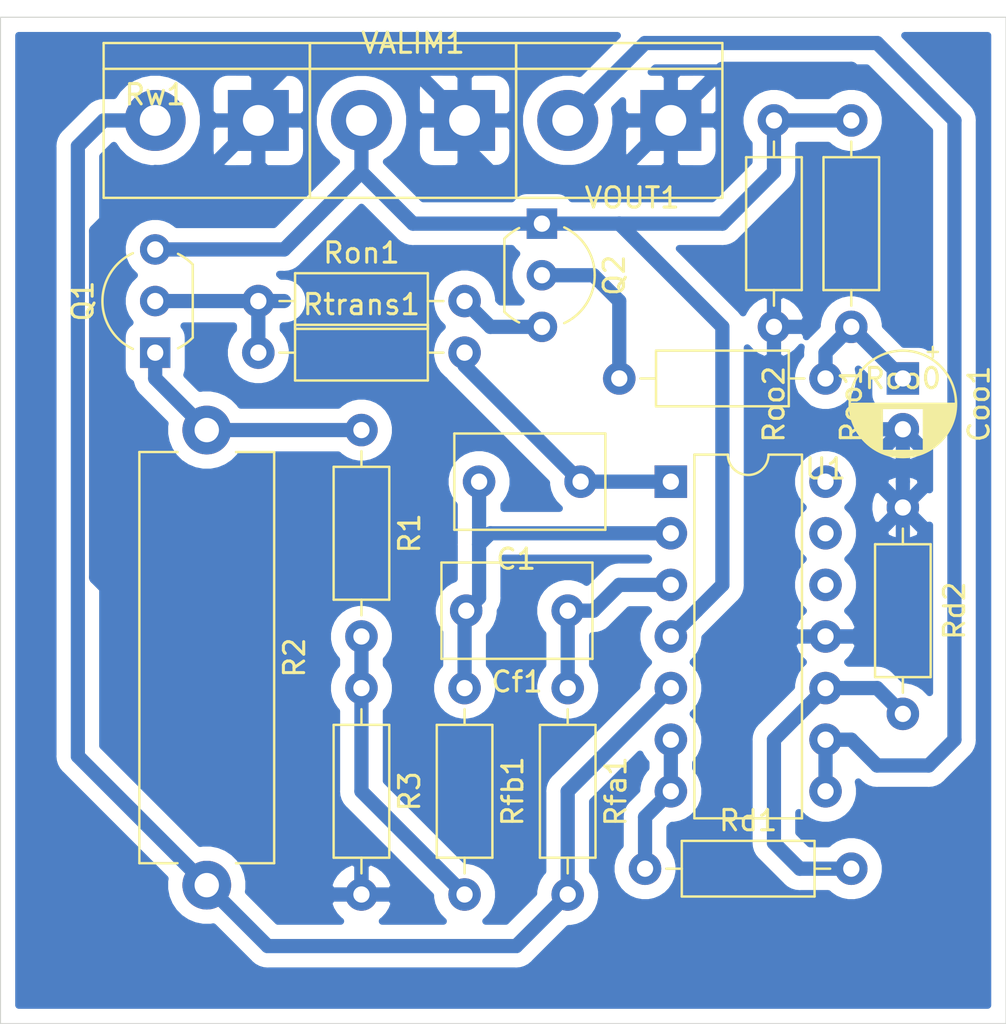
<source format=kicad_pcb>
(kicad_pcb (version 20171130) (host pcbnew 5.1.6)

  (general
    (thickness 1.6)
    (drawings 4)
    (tracks 101)
    (zones 0)
    (modules 21)
    (nets 16)
  )

  (page A4)
  (layers
    (0 F.Cu signal)
    (31 B.Cu signal)
    (32 B.Adhes user hide)
    (33 F.Adhes user hide)
    (34 B.Paste user hide)
    (35 F.Paste user hide)
    (36 B.SilkS user hide)
    (37 F.SilkS user)
    (38 B.Mask user hide)
    (39 F.Mask user hide)
    (40 Dwgs.User user hide)
    (41 Cmts.User user hide)
    (42 Eco1.User user hide)
    (43 Eco2.User user hide)
    (44 Edge.Cuts user)
    (45 Margin user hide)
    (46 B.CrtYd user hide)
    (47 F.CrtYd user hide)
    (48 B.Fab user hide)
    (49 F.Fab user)
  )

  (setup
    (last_trace_width 0.7)
    (user_trace_width 0.5)
    (user_trace_width 0.7)
    (trace_clearance 0.2)
    (zone_clearance 0.508)
    (zone_45_only no)
    (trace_min 0.2)
    (via_size 0.8)
    (via_drill 0.4)
    (via_min_size 0.4)
    (via_min_drill 0.3)
    (uvia_size 0.3)
    (uvia_drill 0.1)
    (uvias_allowed no)
    (uvia_min_size 0.2)
    (uvia_min_drill 0.1)
    (edge_width 0.05)
    (segment_width 0.2)
    (pcb_text_width 0.3)
    (pcb_text_size 1.5 1.5)
    (mod_edge_width 0.12)
    (mod_text_size 1 1)
    (mod_text_width 0.15)
    (pad_size 1.524 1.524)
    (pad_drill 0.762)
    (pad_to_mask_clearance 0.05)
    (aux_axis_origin 0 0)
    (visible_elements FFFFFF7F)
    (pcbplotparams
      (layerselection 0x010fc_ffffffff)
      (usegerberextensions false)
      (usegerberattributes true)
      (usegerberadvancedattributes true)
      (creategerberjobfile true)
      (excludeedgelayer true)
      (linewidth 0.100000)
      (plotframeref false)
      (viasonmask false)
      (mode 1)
      (useauxorigin false)
      (hpglpennumber 1)
      (hpglpenspeed 20)
      (hpglpendiameter 15.000000)
      (psnegative false)
      (psa4output false)
      (plotreference true)
      (plotvalue true)
      (plotinvisibletext false)
      (padsonsilk false)
      (subtractmaskfromsilk false)
      (outputformat 1)
      (mirror false)
      (drillshape 1)
      (scaleselection 1)
      (outputdirectory ""))
  )

  (net 0 "")
  (net 1 "Net-(Cf1-Pad1)")
  (net 2 +24V)
  (net 3 "Net-(Q1-Pad1)")
  (net 4 "Net-(R1-Pad2)")
  (net 5 "Net-(R2-Pad2)")
  (net 6 GNDPWR)
  (net 7 "Net-(Rd1-Pad2)")
  (net 8 "Net-(Rd1-Pad1)")
  (net 9 "Net-(U1-Pad8)")
  (net 10 "Net-(Q1-Pad2)")
  (net 11 "Net-(C1-Pad2)")
  (net 12 "Net-(Q2-Pad2)")
  (net 13 "Net-(C1-Pad1)")
  (net 14 "Net-(Coo1-Pad1)")
  (net 15 "Net-(Q2-Pad3)")

  (net_class Default "This is the default net class."
    (clearance 0.2)
    (trace_width 0.25)
    (via_dia 0.8)
    (via_drill 0.4)
    (uvia_dia 0.3)
    (uvia_drill 0.1)
    (add_net +24V)
    (add_net GNDPWR)
    (add_net "Net-(C1-Pad1)")
    (add_net "Net-(C1-Pad2)")
    (add_net "Net-(Cf1-Pad1)")
    (add_net "Net-(Coo1-Pad1)")
    (add_net "Net-(Q1-Pad1)")
    (add_net "Net-(Q1-Pad2)")
    (add_net "Net-(Q2-Pad2)")
    (add_net "Net-(Q2-Pad3)")
    (add_net "Net-(R1-Pad2)")
    (add_net "Net-(R2-Pad2)")
    (add_net "Net-(Rd1-Pad1)")
    (add_net "Net-(Rd1-Pad2)")
    (add_net "Net-(U1-Pad8)")
  )

  (module TerminalBlock:TerminalBlock_bornier-2_P5.08mm (layer F.Cu) (tedit 59FF03AB) (tstamp 5F6A75FB)
    (at 102.87 68.58 180)
    (descr "simple 2-pin terminal block, pitch 5.08mm, revamped version of bornier2")
    (tags "terminal block bornier2")
    (path /5F6A3200)
    (fp_text reference Rw1 (at 5.08 1.27) (layer F.SilkS)
      (effects (font (size 1 1) (thickness 0.15)))
    )
    (fp_text value Conn_01x02_Male (at 2.54 3.81) (layer F.Fab)
      (effects (font (size 1 1) (thickness 0.15)))
    )
    (fp_line (start 7.79 4) (end -2.71 4) (layer F.CrtYd) (width 0.05))
    (fp_line (start 7.79 4) (end 7.79 -4) (layer F.CrtYd) (width 0.05))
    (fp_line (start -2.71 -4) (end -2.71 4) (layer F.CrtYd) (width 0.05))
    (fp_line (start -2.71 -4) (end 7.79 -4) (layer F.CrtYd) (width 0.05))
    (fp_line (start -2.54 3.81) (end 7.62 3.81) (layer F.SilkS) (width 0.12))
    (fp_line (start -2.54 -3.81) (end -2.54 3.81) (layer F.SilkS) (width 0.12))
    (fp_line (start 7.62 -3.81) (end -2.54 -3.81) (layer F.SilkS) (width 0.12))
    (fp_line (start 7.62 3.81) (end 7.62 -3.81) (layer F.SilkS) (width 0.12))
    (fp_line (start 7.62 2.54) (end -2.54 2.54) (layer F.SilkS) (width 0.12))
    (fp_line (start 7.54 -3.75) (end -2.46 -3.75) (layer F.Fab) (width 0.1))
    (fp_line (start 7.54 3.75) (end 7.54 -3.75) (layer F.Fab) (width 0.1))
    (fp_line (start -2.46 3.75) (end 7.54 3.75) (layer F.Fab) (width 0.1))
    (fp_line (start -2.46 -3.75) (end -2.46 3.75) (layer F.Fab) (width 0.1))
    (fp_line (start -2.41 2.55) (end 7.49 2.55) (layer F.Fab) (width 0.1))
    (fp_text user %R (at 2.54 0) (layer F.Fab)
      (effects (font (size 1 1) (thickness 0.15)))
    )
    (pad 2 thru_hole circle (at 5.08 0 180) (size 3 3) (drill 1.52) (layers *.Cu *.Mask)
      (net 5 "Net-(R2-Pad2)"))
    (pad 1 thru_hole rect (at 0 0 180) (size 3 3) (drill 1.52) (layers *.Cu *.Mask)
      (net 6 GNDPWR))
    (model ${KISYS3DMOD}/TerminalBlock.3dshapes/TerminalBlock_bornier-2_P5.08mm.wrl
      (offset (xyz 2.539999961853027 0 0))
      (scale (xyz 1 1 1))
      (rotate (xyz 0 0 0))
    )
  )

  (module Resistor_THT:R_Axial_DIN0207_L6.3mm_D2.5mm_P10.16mm_Horizontal (layer F.Cu) (tedit 5AE5139B) (tstamp 5F955044)
    (at 102.87 77.47)
    (descr "Resistor, Axial_DIN0207 series, Axial, Horizontal, pin pitch=10.16mm, 0.25W = 1/4W, length*diameter=6.3*2.5mm^2, http://cdn-reichelt.de/documents/datenblatt/B400/1_4W%23YAG.pdf")
    (tags "Resistor Axial_DIN0207 series Axial Horizontal pin pitch 10.16mm 0.25W = 1/4W length 6.3mm diameter 2.5mm")
    (path /5F9763D1)
    (fp_text reference Ron1 (at 5.08 -2.37) (layer F.SilkS)
      (effects (font (size 1 1) (thickness 0.15)))
    )
    (fp_text value 2k (at 5.08 2.37) (layer F.Fab)
      (effects (font (size 1 1) (thickness 0.15)))
    )
    (fp_text user %R (at 5.08 0) (layer F.Fab)
      (effects (font (size 1 1) (thickness 0.15)))
    )
    (fp_line (start 1.93 -1.25) (end 1.93 1.25) (layer F.Fab) (width 0.1))
    (fp_line (start 1.93 1.25) (end 8.23 1.25) (layer F.Fab) (width 0.1))
    (fp_line (start 8.23 1.25) (end 8.23 -1.25) (layer F.Fab) (width 0.1))
    (fp_line (start 8.23 -1.25) (end 1.93 -1.25) (layer F.Fab) (width 0.1))
    (fp_line (start 0 0) (end 1.93 0) (layer F.Fab) (width 0.1))
    (fp_line (start 10.16 0) (end 8.23 0) (layer F.Fab) (width 0.1))
    (fp_line (start 1.81 -1.37) (end 1.81 1.37) (layer F.SilkS) (width 0.12))
    (fp_line (start 1.81 1.37) (end 8.35 1.37) (layer F.SilkS) (width 0.12))
    (fp_line (start 8.35 1.37) (end 8.35 -1.37) (layer F.SilkS) (width 0.12))
    (fp_line (start 8.35 -1.37) (end 1.81 -1.37) (layer F.SilkS) (width 0.12))
    (fp_line (start 1.04 0) (end 1.81 0) (layer F.SilkS) (width 0.12))
    (fp_line (start 9.12 0) (end 8.35 0) (layer F.SilkS) (width 0.12))
    (fp_line (start -1.05 -1.5) (end -1.05 1.5) (layer F.CrtYd) (width 0.05))
    (fp_line (start -1.05 1.5) (end 11.21 1.5) (layer F.CrtYd) (width 0.05))
    (fp_line (start 11.21 1.5) (end 11.21 -1.5) (layer F.CrtYd) (width 0.05))
    (fp_line (start 11.21 -1.5) (end -1.05 -1.5) (layer F.CrtYd) (width 0.05))
    (pad 2 thru_hole oval (at 10.16 0) (size 1.6 1.6) (drill 0.8) (layers *.Cu *.Mask)
      (net 15 "Net-(Q2-Pad3)"))
    (pad 1 thru_hole circle (at 0 0) (size 1.6 1.6) (drill 0.8) (layers *.Cu *.Mask)
      (net 10 "Net-(Q1-Pad2)"))
    (model ${KISYS3DMOD}/Resistor_THT.3dshapes/R_Axial_DIN0207_L6.3mm_D2.5mm_P10.16mm_Horizontal.wrl
      (at (xyz 0 0 0))
      (scale (xyz 1 1 1))
      (rotate (xyz 0 0 0))
    )
  )

  (module Resistor_THT:R_Axial_Power_L20.0mm_W6.4mm_P22.40mm (layer F.Cu) (tedit 5AE5139B) (tstamp 5F6A7536)
    (at 100.33 83.82 270)
    (descr "Resistor, Axial_Power series, Box, pin pitch=22.4mm, 4W, length*width*height=20*6.4*6.4mm^3, http://cdn-reichelt.de/documents/datenblatt/B400/5WAXIAL_9WAXIAL_11WAXIAL_17WAXIAL%23YAG.pdf")
    (tags "Resistor Axial_Power series Box pin pitch 22.4mm 4W length 20mm width 6.4mm height 6.4mm")
    (path /5F6A1243)
    (fp_text reference R2 (at 11.2 -4.32 90) (layer F.SilkS)
      (effects (font (size 1 1) (thickness 0.15)))
    )
    (fp_text value 15 (at 11.2 4.32 90) (layer F.Fab)
      (effects (font (size 1 1) (thickness 0.15)))
    )
    (fp_text user %R (at 11.2 0 90) (layer F.Fab)
      (effects (font (size 1 1) (thickness 0.15)))
    )
    (fp_line (start 1.2 -3.2) (end 1.2 3.2) (layer F.Fab) (width 0.1))
    (fp_line (start 1.2 3.2) (end 21.2 3.2) (layer F.Fab) (width 0.1))
    (fp_line (start 21.2 3.2) (end 21.2 -3.2) (layer F.Fab) (width 0.1))
    (fp_line (start 21.2 -3.2) (end 1.2 -3.2) (layer F.Fab) (width 0.1))
    (fp_line (start 0 0) (end 1.2 0) (layer F.Fab) (width 0.1))
    (fp_line (start 22.4 0) (end 21.2 0) (layer F.Fab) (width 0.1))
    (fp_line (start 1.08 -1.44) (end 1.08 -3.32) (layer F.SilkS) (width 0.12))
    (fp_line (start 1.08 -3.32) (end 21.32 -3.32) (layer F.SilkS) (width 0.12))
    (fp_line (start 21.32 -3.32) (end 21.32 -1.44) (layer F.SilkS) (width 0.12))
    (fp_line (start 1.08 1.44) (end 1.08 3.32) (layer F.SilkS) (width 0.12))
    (fp_line (start 1.08 3.32) (end 21.32 3.32) (layer F.SilkS) (width 0.12))
    (fp_line (start 21.32 3.32) (end 21.32 1.44) (layer F.SilkS) (width 0.12))
    (fp_line (start -1.45 -3.45) (end -1.45 3.45) (layer F.CrtYd) (width 0.05))
    (fp_line (start -1.45 3.45) (end 23.85 3.45) (layer F.CrtYd) (width 0.05))
    (fp_line (start 23.85 3.45) (end 23.85 -3.45) (layer F.CrtYd) (width 0.05))
    (fp_line (start 23.85 -3.45) (end -1.45 -3.45) (layer F.CrtYd) (width 0.05))
    (pad 2 thru_hole oval (at 22.4 0 270) (size 2.4 2.4) (drill 1.2) (layers *.Cu *.Mask)
      (net 5 "Net-(R2-Pad2)"))
    (pad 1 thru_hole circle (at 0 0 270) (size 2.4 2.4) (drill 1.2) (layers *.Cu *.Mask)
      (net 3 "Net-(Q1-Pad1)"))
    (model ${KISYS3DMOD}/Resistor_THT.3dshapes/R_Axial_Power_L20.0mm_W6.4mm_P22.40mm.wrl
      (at (xyz 0 0 0))
      (scale (xyz 1 1 1))
      (rotate (xyz 0 0 0))
    )
  )

  (module Package_TO_SOT_THT:TO-92_Inline_Wide (layer F.Cu) (tedit 5A02FF81) (tstamp 5F75E3AD)
    (at 116.84 73.66 270)
    (descr "TO-92 leads in-line, wide, drill 0.75mm (see NXP sot054_po.pdf)")
    (tags "to-92 sc-43 sc-43a sot54 PA33 transistor")
    (path /5F7697C4)
    (fp_text reference Q2 (at 2.54 -3.56 90) (layer F.SilkS)
      (effects (font (size 1 1) (thickness 0.15)))
    )
    (fp_text value 2N3906 (at 2.54 2.79 90) (layer F.Fab)
      (effects (font (size 1 1) (thickness 0.15)))
    )
    (fp_arc (start 2.54 0) (end 4.34 1.85) (angle -20) (layer F.SilkS) (width 0.12))
    (fp_arc (start 2.54 0) (end 2.54 -2.48) (angle -135) (layer F.Fab) (width 0.1))
    (fp_arc (start 2.54 0) (end 2.54 -2.48) (angle 135) (layer F.Fab) (width 0.1))
    (fp_arc (start 2.54 0) (end 2.54 -2.6) (angle 65) (layer F.SilkS) (width 0.12))
    (fp_arc (start 2.54 0) (end 2.54 -2.6) (angle -65) (layer F.SilkS) (width 0.12))
    (fp_arc (start 2.54 0) (end 0.74 1.85) (angle 20) (layer F.SilkS) (width 0.12))
    (fp_text user %R (at 2.54 -3.56 90) (layer F.Fab)
      (effects (font (size 1 1) (thickness 0.15)))
    )
    (fp_line (start 0.74 1.85) (end 4.34 1.85) (layer F.SilkS) (width 0.12))
    (fp_line (start 0.8 1.75) (end 4.3 1.75) (layer F.Fab) (width 0.1))
    (fp_line (start -1.01 -2.73) (end 6.09 -2.73) (layer F.CrtYd) (width 0.05))
    (fp_line (start -1.01 -2.73) (end -1.01 2.01) (layer F.CrtYd) (width 0.05))
    (fp_line (start 6.09 2.01) (end 6.09 -2.73) (layer F.CrtYd) (width 0.05))
    (fp_line (start 6.09 2.01) (end -1.01 2.01) (layer F.CrtYd) (width 0.05))
    (pad 1 thru_hole rect (at 0 0) (size 1.5 1.5) (drill 0.8) (layers *.Cu *.Mask)
      (net 2 +24V))
    (pad 3 thru_hole circle (at 5.08 0) (size 1.5 1.5) (drill 0.8) (layers *.Cu *.Mask)
      (net 15 "Net-(Q2-Pad3)"))
    (pad 2 thru_hole circle (at 2.54 0) (size 1.5 1.5) (drill 0.8) (layers *.Cu *.Mask)
      (net 12 "Net-(Q2-Pad2)"))
    (model ${KISYS3DMOD}/Package_TO_SOT_THT.3dshapes/TO-92_Inline_Wide.wrl
      (at (xyz 0 0 0))
      (scale (xyz 1 1 1))
      (rotate (xyz 0 0 0))
    )
  )

  (module Package_TO_SOT_THT:TO-92_Inline_Wide (layer F.Cu) (tedit 5A02FF81) (tstamp 5F6A7508)
    (at 97.79 80.01 90)
    (descr "TO-92 leads in-line, wide, drill 0.75mm (see NXP sot054_po.pdf)")
    (tags "to-92 sc-43 sc-43a sot54 PA33 transistor")
    (path /5F7F4BD5)
    (fp_text reference Q1 (at 2.54 -3.56 90) (layer F.SilkS)
      (effects (font (size 1 1) (thickness 0.15)))
    )
    (fp_text value 2N3904 (at 2.54 2.79 90) (layer F.Fab)
      (effects (font (size 1 1) (thickness 0.15)))
    )
    (fp_arc (start 2.54 0) (end 4.34 1.85) (angle -20) (layer F.SilkS) (width 0.12))
    (fp_arc (start 2.54 0) (end 2.54 -2.48) (angle -135) (layer F.Fab) (width 0.1))
    (fp_arc (start 2.54 0) (end 2.54 -2.48) (angle 135) (layer F.Fab) (width 0.1))
    (fp_arc (start 2.54 0) (end 2.54 -2.6) (angle 65) (layer F.SilkS) (width 0.12))
    (fp_arc (start 2.54 0) (end 2.54 -2.6) (angle -65) (layer F.SilkS) (width 0.12))
    (fp_arc (start 2.54 0) (end 0.74 1.85) (angle 20) (layer F.SilkS) (width 0.12))
    (fp_text user %R (at 2.54 -3.56 90) (layer F.Fab)
      (effects (font (size 1 1) (thickness 0.15)))
    )
    (fp_line (start 0.74 1.85) (end 4.34 1.85) (layer F.SilkS) (width 0.12))
    (fp_line (start 0.8 1.75) (end 4.3 1.75) (layer F.Fab) (width 0.1))
    (fp_line (start -1.01 -2.73) (end 6.09 -2.73) (layer F.CrtYd) (width 0.05))
    (fp_line (start -1.01 -2.73) (end -1.01 2.01) (layer F.CrtYd) (width 0.05))
    (fp_line (start 6.09 2.01) (end 6.09 -2.73) (layer F.CrtYd) (width 0.05))
    (fp_line (start 6.09 2.01) (end -1.01 2.01) (layer F.CrtYd) (width 0.05))
    (pad 1 thru_hole rect (at 0 0 180) (size 1.5 1.5) (drill 0.8) (layers *.Cu *.Mask)
      (net 3 "Net-(Q1-Pad1)"))
    (pad 3 thru_hole circle (at 5.08 0 180) (size 1.5 1.5) (drill 0.8) (layers *.Cu *.Mask)
      (net 2 +24V))
    (pad 2 thru_hole circle (at 2.54 0 180) (size 1.5 1.5) (drill 0.8) (layers *.Cu *.Mask)
      (net 10 "Net-(Q1-Pad2)"))
    (model ${KISYS3DMOD}/Package_TO_SOT_THT.3dshapes/TO-92_Inline_Wide.wrl
      (at (xyz 0 0 0))
      (scale (xyz 1 1 1))
      (rotate (xyz 0 0 0))
    )
  )

  (module Capacitor_THT:C_Rect_L7.2mm_W4.5mm_P5.00mm_FKS2_FKP2_MKS2_MKP2 (layer F.Cu) (tedit 5AE50EF0) (tstamp 5F75EB86)
    (at 118.745 86.36 180)
    (descr "C, Rect series, Radial, pin pitch=5.00mm, , length*width=7.2*4.5mm^2, Capacitor, http://www.wima.com/EN/WIMA_FKS_2.pdf")
    (tags "C Rect series Radial pin pitch 5.00mm  length 7.2mm width 4.5mm Capacitor")
    (path /5F7D8DC5)
    (fp_text reference C1 (at 3.175 -3.81) (layer F.SilkS)
      (effects (font (size 1 1) (thickness 0.15)))
    )
    (fp_text value C (at 2.5 3.5) (layer F.Fab)
      (effects (font (size 1 1) (thickness 0.15)))
    )
    (fp_line (start -1.1 -2.25) (end -1.1 2.25) (layer F.Fab) (width 0.1))
    (fp_line (start -1.1 2.25) (end 6.1 2.25) (layer F.Fab) (width 0.1))
    (fp_line (start 6.1 2.25) (end 6.1 -2.25) (layer F.Fab) (width 0.1))
    (fp_line (start 6.1 -2.25) (end -1.1 -2.25) (layer F.Fab) (width 0.1))
    (fp_line (start -1.22 -2.37) (end 6.22 -2.37) (layer F.SilkS) (width 0.12))
    (fp_line (start -1.22 2.37) (end 6.22 2.37) (layer F.SilkS) (width 0.12))
    (fp_line (start -1.22 -2.37) (end -1.22 2.37) (layer F.SilkS) (width 0.12))
    (fp_line (start 6.22 -2.37) (end 6.22 2.37) (layer F.SilkS) (width 0.12))
    (fp_line (start -1.35 -2.5) (end -1.35 2.5) (layer F.CrtYd) (width 0.05))
    (fp_line (start -1.35 2.5) (end 6.35 2.5) (layer F.CrtYd) (width 0.05))
    (fp_line (start 6.35 2.5) (end 6.35 -2.5) (layer F.CrtYd) (width 0.05))
    (fp_line (start 6.35 -2.5) (end -1.35 -2.5) (layer F.CrtYd) (width 0.05))
    (fp_text user %R (at 2.5 0) (layer F.Fab)
      (effects (font (size 1 1) (thickness 0.15)))
    )
    (pad 2 thru_hole circle (at 5 0 180) (size 1.6 1.6) (drill 0.8) (layers *.Cu *.Mask)
      (net 11 "Net-(C1-Pad2)"))
    (pad 1 thru_hole circle (at 0 0 180) (size 1.6 1.6) (drill 0.8) (layers *.Cu *.Mask)
      (net 13 "Net-(C1-Pad1)"))
    (model ${KISYS3DMOD}/Capacitor_THT.3dshapes/C_Rect_L7.2mm_W4.5mm_P5.00mm_FKS2_FKP2_MKS2_MKP2.wrl
      (at (xyz 0 0 0))
      (scale (xyz 1 1 1))
      (rotate (xyz 0 0 0))
    )
  )

  (module Resistor_THT:R_Axial_DIN0207_L6.3mm_D2.5mm_P10.16mm_Horizontal (layer F.Cu) (tedit 5AE5139B) (tstamp 5F6A80B7)
    (at 121.92 105.41)
    (descr "Resistor, Axial_DIN0207 series, Axial, Horizontal, pin pitch=10.16mm, 0.25W = 1/4W, length*diameter=6.3*2.5mm^2, http://cdn-reichelt.de/documents/datenblatt/B400/1_4W%23YAG.pdf")
    (tags "Resistor Axial_DIN0207 series Axial Horizontal pin pitch 10.16mm 0.25W = 1/4W length 6.3mm diameter 2.5mm")
    (path /5F6CDC20)
    (fp_text reference Rd1 (at 5.08 -2.37) (layer F.SilkS)
      (effects (font (size 1 1) (thickness 0.15)))
    )
    (fp_text value 100k (at 5.08 2.37) (layer F.Fab)
      (effects (font (size 1 1) (thickness 0.15)))
    )
    (fp_line (start 11.21 -1.5) (end -1.05 -1.5) (layer F.CrtYd) (width 0.05))
    (fp_line (start 11.21 1.5) (end 11.21 -1.5) (layer F.CrtYd) (width 0.05))
    (fp_line (start -1.05 1.5) (end 11.21 1.5) (layer F.CrtYd) (width 0.05))
    (fp_line (start -1.05 -1.5) (end -1.05 1.5) (layer F.CrtYd) (width 0.05))
    (fp_line (start 9.12 0) (end 8.35 0) (layer F.SilkS) (width 0.12))
    (fp_line (start 1.04 0) (end 1.81 0) (layer F.SilkS) (width 0.12))
    (fp_line (start 8.35 -1.37) (end 1.81 -1.37) (layer F.SilkS) (width 0.12))
    (fp_line (start 8.35 1.37) (end 8.35 -1.37) (layer F.SilkS) (width 0.12))
    (fp_line (start 1.81 1.37) (end 8.35 1.37) (layer F.SilkS) (width 0.12))
    (fp_line (start 1.81 -1.37) (end 1.81 1.37) (layer F.SilkS) (width 0.12))
    (fp_line (start 10.16 0) (end 8.23 0) (layer F.Fab) (width 0.1))
    (fp_line (start 0 0) (end 1.93 0) (layer F.Fab) (width 0.1))
    (fp_line (start 8.23 -1.25) (end 1.93 -1.25) (layer F.Fab) (width 0.1))
    (fp_line (start 8.23 1.25) (end 8.23 -1.25) (layer F.Fab) (width 0.1))
    (fp_line (start 1.93 1.25) (end 8.23 1.25) (layer F.Fab) (width 0.1))
    (fp_line (start 1.93 -1.25) (end 1.93 1.25) (layer F.Fab) (width 0.1))
    (fp_text user %R (at 5.08 0) (layer F.Fab)
      (effects (font (size 1 1) (thickness 0.15)))
    )
    (pad 2 thru_hole oval (at 10.16 0) (size 1.6 1.6) (drill 0.8) (layers *.Cu *.Mask)
      (net 7 "Net-(Rd1-Pad2)"))
    (pad 1 thru_hole circle (at 0 0) (size 1.6 1.6) (drill 0.8) (layers *.Cu *.Mask)
      (net 8 "Net-(Rd1-Pad1)"))
    (model ${KISYS3DMOD}/Resistor_THT.3dshapes/R_Axial_DIN0207_L6.3mm_D2.5mm_P10.16mm_Horizontal.wrl
      (at (xyz 0 0 0))
      (scale (xyz 1 1 1))
      (rotate (xyz 0 0 0))
    )
  )

  (module Resistor_THT:R_Axial_DIN0207_L6.3mm_D2.5mm_P10.16mm_Horizontal (layer F.Cu) (tedit 5AE5139B) (tstamp 5F953128)
    (at 107.95 96.52 270)
    (descr "Resistor, Axial_DIN0207 series, Axial, Horizontal, pin pitch=10.16mm, 0.25W = 1/4W, length*diameter=6.3*2.5mm^2, http://cdn-reichelt.de/documents/datenblatt/B400/1_4W%23YAG.pdf")
    (tags "Resistor Axial_DIN0207 series Axial Horizontal pin pitch 10.16mm 0.25W = 1/4W length 6.3mm diameter 2.5mm")
    (path /5F6A2847)
    (fp_text reference R3 (at 5.08 -2.37 90) (layer F.SilkS)
      (effects (font (size 1 1) (thickness 0.15)))
    )
    (fp_text value 1.5k (at 5.08 2.37 90) (layer F.Fab)
      (effects (font (size 1 1) (thickness 0.15)))
    )
    (fp_line (start 11.21 -1.5) (end -1.05 -1.5) (layer F.CrtYd) (width 0.05))
    (fp_line (start 11.21 1.5) (end 11.21 -1.5) (layer F.CrtYd) (width 0.05))
    (fp_line (start -1.05 1.5) (end 11.21 1.5) (layer F.CrtYd) (width 0.05))
    (fp_line (start -1.05 -1.5) (end -1.05 1.5) (layer F.CrtYd) (width 0.05))
    (fp_line (start 9.12 0) (end 8.35 0) (layer F.SilkS) (width 0.12))
    (fp_line (start 1.04 0) (end 1.81 0) (layer F.SilkS) (width 0.12))
    (fp_line (start 8.35 -1.37) (end 1.81 -1.37) (layer F.SilkS) (width 0.12))
    (fp_line (start 8.35 1.37) (end 8.35 -1.37) (layer F.SilkS) (width 0.12))
    (fp_line (start 1.81 1.37) (end 8.35 1.37) (layer F.SilkS) (width 0.12))
    (fp_line (start 1.81 -1.37) (end 1.81 1.37) (layer F.SilkS) (width 0.12))
    (fp_line (start 10.16 0) (end 8.23 0) (layer F.Fab) (width 0.1))
    (fp_line (start 0 0) (end 1.93 0) (layer F.Fab) (width 0.1))
    (fp_line (start 8.23 -1.25) (end 1.93 -1.25) (layer F.Fab) (width 0.1))
    (fp_line (start 8.23 1.25) (end 8.23 -1.25) (layer F.Fab) (width 0.1))
    (fp_line (start 1.93 1.25) (end 8.23 1.25) (layer F.Fab) (width 0.1))
    (fp_line (start 1.93 -1.25) (end 1.93 1.25) (layer F.Fab) (width 0.1))
    (fp_text user %R (at 5.08 0 90) (layer F.Fab)
      (effects (font (size 1 1) (thickness 0.15)))
    )
    (pad 2 thru_hole oval (at 10.16 0 270) (size 1.6 1.6) (drill 0.8) (layers *.Cu *.Mask)
      (net 6 GNDPWR))
    (pad 1 thru_hole circle (at 0 0 270) (size 1.6 1.6) (drill 0.8) (layers *.Cu *.Mask)
      (net 4 "Net-(R1-Pad2)"))
    (model ${KISYS3DMOD}/Resistor_THT.3dshapes/R_Axial_DIN0207_L6.3mm_D2.5mm_P10.16mm_Horizontal.wrl
      (at (xyz 0 0 0))
      (scale (xyz 1 1 1))
      (rotate (xyz 0 0 0))
    )
  )

  (module Capacitor_THT:CP_Radial_D5.0mm_P2.50mm (layer F.Cu) (tedit 5AE50EF0) (tstamp 5F760AB1)
    (at 134.62 81.28 270)
    (descr "CP, Radial series, Radial, pin pitch=2.50mm, , diameter=5mm, Electrolytic Capacitor")
    (tags "CP Radial series Radial pin pitch 2.50mm  diameter 5mm Electrolytic Capacitor")
    (path /5F76E25B)
    (fp_text reference Coo1 (at 1.25 -3.75 90) (layer F.SilkS)
      (effects (font (size 1 1) (thickness 0.15)))
    )
    (fp_text value CP (at 1.25 3.75 90) (layer F.Fab)
      (effects (font (size 1 1) (thickness 0.15)))
    )
    (fp_circle (center 1.25 0) (end 3.75 0) (layer F.Fab) (width 0.1))
    (fp_circle (center 1.25 0) (end 3.87 0) (layer F.SilkS) (width 0.12))
    (fp_circle (center 1.25 0) (end 4 0) (layer F.CrtYd) (width 0.05))
    (fp_line (start -0.883605 -1.0875) (end -0.383605 -1.0875) (layer F.Fab) (width 0.1))
    (fp_line (start -0.633605 -1.3375) (end -0.633605 -0.8375) (layer F.Fab) (width 0.1))
    (fp_line (start 1.25 -2.58) (end 1.25 2.58) (layer F.SilkS) (width 0.12))
    (fp_line (start 1.29 -2.58) (end 1.29 2.58) (layer F.SilkS) (width 0.12))
    (fp_line (start 1.33 -2.579) (end 1.33 2.579) (layer F.SilkS) (width 0.12))
    (fp_line (start 1.37 -2.578) (end 1.37 2.578) (layer F.SilkS) (width 0.12))
    (fp_line (start 1.41 -2.576) (end 1.41 2.576) (layer F.SilkS) (width 0.12))
    (fp_line (start 1.45 -2.573) (end 1.45 2.573) (layer F.SilkS) (width 0.12))
    (fp_line (start 1.49 -2.569) (end 1.49 -1.04) (layer F.SilkS) (width 0.12))
    (fp_line (start 1.49 1.04) (end 1.49 2.569) (layer F.SilkS) (width 0.12))
    (fp_line (start 1.53 -2.565) (end 1.53 -1.04) (layer F.SilkS) (width 0.12))
    (fp_line (start 1.53 1.04) (end 1.53 2.565) (layer F.SilkS) (width 0.12))
    (fp_line (start 1.57 -2.561) (end 1.57 -1.04) (layer F.SilkS) (width 0.12))
    (fp_line (start 1.57 1.04) (end 1.57 2.561) (layer F.SilkS) (width 0.12))
    (fp_line (start 1.61 -2.556) (end 1.61 -1.04) (layer F.SilkS) (width 0.12))
    (fp_line (start 1.61 1.04) (end 1.61 2.556) (layer F.SilkS) (width 0.12))
    (fp_line (start 1.65 -2.55) (end 1.65 -1.04) (layer F.SilkS) (width 0.12))
    (fp_line (start 1.65 1.04) (end 1.65 2.55) (layer F.SilkS) (width 0.12))
    (fp_line (start 1.69 -2.543) (end 1.69 -1.04) (layer F.SilkS) (width 0.12))
    (fp_line (start 1.69 1.04) (end 1.69 2.543) (layer F.SilkS) (width 0.12))
    (fp_line (start 1.73 -2.536) (end 1.73 -1.04) (layer F.SilkS) (width 0.12))
    (fp_line (start 1.73 1.04) (end 1.73 2.536) (layer F.SilkS) (width 0.12))
    (fp_line (start 1.77 -2.528) (end 1.77 -1.04) (layer F.SilkS) (width 0.12))
    (fp_line (start 1.77 1.04) (end 1.77 2.528) (layer F.SilkS) (width 0.12))
    (fp_line (start 1.81 -2.52) (end 1.81 -1.04) (layer F.SilkS) (width 0.12))
    (fp_line (start 1.81 1.04) (end 1.81 2.52) (layer F.SilkS) (width 0.12))
    (fp_line (start 1.85 -2.511) (end 1.85 -1.04) (layer F.SilkS) (width 0.12))
    (fp_line (start 1.85 1.04) (end 1.85 2.511) (layer F.SilkS) (width 0.12))
    (fp_line (start 1.89 -2.501) (end 1.89 -1.04) (layer F.SilkS) (width 0.12))
    (fp_line (start 1.89 1.04) (end 1.89 2.501) (layer F.SilkS) (width 0.12))
    (fp_line (start 1.93 -2.491) (end 1.93 -1.04) (layer F.SilkS) (width 0.12))
    (fp_line (start 1.93 1.04) (end 1.93 2.491) (layer F.SilkS) (width 0.12))
    (fp_line (start 1.971 -2.48) (end 1.971 -1.04) (layer F.SilkS) (width 0.12))
    (fp_line (start 1.971 1.04) (end 1.971 2.48) (layer F.SilkS) (width 0.12))
    (fp_line (start 2.011 -2.468) (end 2.011 -1.04) (layer F.SilkS) (width 0.12))
    (fp_line (start 2.011 1.04) (end 2.011 2.468) (layer F.SilkS) (width 0.12))
    (fp_line (start 2.051 -2.455) (end 2.051 -1.04) (layer F.SilkS) (width 0.12))
    (fp_line (start 2.051 1.04) (end 2.051 2.455) (layer F.SilkS) (width 0.12))
    (fp_line (start 2.091 -2.442) (end 2.091 -1.04) (layer F.SilkS) (width 0.12))
    (fp_line (start 2.091 1.04) (end 2.091 2.442) (layer F.SilkS) (width 0.12))
    (fp_line (start 2.131 -2.428) (end 2.131 -1.04) (layer F.SilkS) (width 0.12))
    (fp_line (start 2.131 1.04) (end 2.131 2.428) (layer F.SilkS) (width 0.12))
    (fp_line (start 2.171 -2.414) (end 2.171 -1.04) (layer F.SilkS) (width 0.12))
    (fp_line (start 2.171 1.04) (end 2.171 2.414) (layer F.SilkS) (width 0.12))
    (fp_line (start 2.211 -2.398) (end 2.211 -1.04) (layer F.SilkS) (width 0.12))
    (fp_line (start 2.211 1.04) (end 2.211 2.398) (layer F.SilkS) (width 0.12))
    (fp_line (start 2.251 -2.382) (end 2.251 -1.04) (layer F.SilkS) (width 0.12))
    (fp_line (start 2.251 1.04) (end 2.251 2.382) (layer F.SilkS) (width 0.12))
    (fp_line (start 2.291 -2.365) (end 2.291 -1.04) (layer F.SilkS) (width 0.12))
    (fp_line (start 2.291 1.04) (end 2.291 2.365) (layer F.SilkS) (width 0.12))
    (fp_line (start 2.331 -2.348) (end 2.331 -1.04) (layer F.SilkS) (width 0.12))
    (fp_line (start 2.331 1.04) (end 2.331 2.348) (layer F.SilkS) (width 0.12))
    (fp_line (start 2.371 -2.329) (end 2.371 -1.04) (layer F.SilkS) (width 0.12))
    (fp_line (start 2.371 1.04) (end 2.371 2.329) (layer F.SilkS) (width 0.12))
    (fp_line (start 2.411 -2.31) (end 2.411 -1.04) (layer F.SilkS) (width 0.12))
    (fp_line (start 2.411 1.04) (end 2.411 2.31) (layer F.SilkS) (width 0.12))
    (fp_line (start 2.451 -2.29) (end 2.451 -1.04) (layer F.SilkS) (width 0.12))
    (fp_line (start 2.451 1.04) (end 2.451 2.29) (layer F.SilkS) (width 0.12))
    (fp_line (start 2.491 -2.268) (end 2.491 -1.04) (layer F.SilkS) (width 0.12))
    (fp_line (start 2.491 1.04) (end 2.491 2.268) (layer F.SilkS) (width 0.12))
    (fp_line (start 2.531 -2.247) (end 2.531 -1.04) (layer F.SilkS) (width 0.12))
    (fp_line (start 2.531 1.04) (end 2.531 2.247) (layer F.SilkS) (width 0.12))
    (fp_line (start 2.571 -2.224) (end 2.571 -1.04) (layer F.SilkS) (width 0.12))
    (fp_line (start 2.571 1.04) (end 2.571 2.224) (layer F.SilkS) (width 0.12))
    (fp_line (start 2.611 -2.2) (end 2.611 -1.04) (layer F.SilkS) (width 0.12))
    (fp_line (start 2.611 1.04) (end 2.611 2.2) (layer F.SilkS) (width 0.12))
    (fp_line (start 2.651 -2.175) (end 2.651 -1.04) (layer F.SilkS) (width 0.12))
    (fp_line (start 2.651 1.04) (end 2.651 2.175) (layer F.SilkS) (width 0.12))
    (fp_line (start 2.691 -2.149) (end 2.691 -1.04) (layer F.SilkS) (width 0.12))
    (fp_line (start 2.691 1.04) (end 2.691 2.149) (layer F.SilkS) (width 0.12))
    (fp_line (start 2.731 -2.122) (end 2.731 -1.04) (layer F.SilkS) (width 0.12))
    (fp_line (start 2.731 1.04) (end 2.731 2.122) (layer F.SilkS) (width 0.12))
    (fp_line (start 2.771 -2.095) (end 2.771 -1.04) (layer F.SilkS) (width 0.12))
    (fp_line (start 2.771 1.04) (end 2.771 2.095) (layer F.SilkS) (width 0.12))
    (fp_line (start 2.811 -2.065) (end 2.811 -1.04) (layer F.SilkS) (width 0.12))
    (fp_line (start 2.811 1.04) (end 2.811 2.065) (layer F.SilkS) (width 0.12))
    (fp_line (start 2.851 -2.035) (end 2.851 -1.04) (layer F.SilkS) (width 0.12))
    (fp_line (start 2.851 1.04) (end 2.851 2.035) (layer F.SilkS) (width 0.12))
    (fp_line (start 2.891 -2.004) (end 2.891 -1.04) (layer F.SilkS) (width 0.12))
    (fp_line (start 2.891 1.04) (end 2.891 2.004) (layer F.SilkS) (width 0.12))
    (fp_line (start 2.931 -1.971) (end 2.931 -1.04) (layer F.SilkS) (width 0.12))
    (fp_line (start 2.931 1.04) (end 2.931 1.971) (layer F.SilkS) (width 0.12))
    (fp_line (start 2.971 -1.937) (end 2.971 -1.04) (layer F.SilkS) (width 0.12))
    (fp_line (start 2.971 1.04) (end 2.971 1.937) (layer F.SilkS) (width 0.12))
    (fp_line (start 3.011 -1.901) (end 3.011 -1.04) (layer F.SilkS) (width 0.12))
    (fp_line (start 3.011 1.04) (end 3.011 1.901) (layer F.SilkS) (width 0.12))
    (fp_line (start 3.051 -1.864) (end 3.051 -1.04) (layer F.SilkS) (width 0.12))
    (fp_line (start 3.051 1.04) (end 3.051 1.864) (layer F.SilkS) (width 0.12))
    (fp_line (start 3.091 -1.826) (end 3.091 -1.04) (layer F.SilkS) (width 0.12))
    (fp_line (start 3.091 1.04) (end 3.091 1.826) (layer F.SilkS) (width 0.12))
    (fp_line (start 3.131 -1.785) (end 3.131 -1.04) (layer F.SilkS) (width 0.12))
    (fp_line (start 3.131 1.04) (end 3.131 1.785) (layer F.SilkS) (width 0.12))
    (fp_line (start 3.171 -1.743) (end 3.171 -1.04) (layer F.SilkS) (width 0.12))
    (fp_line (start 3.171 1.04) (end 3.171 1.743) (layer F.SilkS) (width 0.12))
    (fp_line (start 3.211 -1.699) (end 3.211 -1.04) (layer F.SilkS) (width 0.12))
    (fp_line (start 3.211 1.04) (end 3.211 1.699) (layer F.SilkS) (width 0.12))
    (fp_line (start 3.251 -1.653) (end 3.251 -1.04) (layer F.SilkS) (width 0.12))
    (fp_line (start 3.251 1.04) (end 3.251 1.653) (layer F.SilkS) (width 0.12))
    (fp_line (start 3.291 -1.605) (end 3.291 -1.04) (layer F.SilkS) (width 0.12))
    (fp_line (start 3.291 1.04) (end 3.291 1.605) (layer F.SilkS) (width 0.12))
    (fp_line (start 3.331 -1.554) (end 3.331 -1.04) (layer F.SilkS) (width 0.12))
    (fp_line (start 3.331 1.04) (end 3.331 1.554) (layer F.SilkS) (width 0.12))
    (fp_line (start 3.371 -1.5) (end 3.371 -1.04) (layer F.SilkS) (width 0.12))
    (fp_line (start 3.371 1.04) (end 3.371 1.5) (layer F.SilkS) (width 0.12))
    (fp_line (start 3.411 -1.443) (end 3.411 -1.04) (layer F.SilkS) (width 0.12))
    (fp_line (start 3.411 1.04) (end 3.411 1.443) (layer F.SilkS) (width 0.12))
    (fp_line (start 3.451 -1.383) (end 3.451 -1.04) (layer F.SilkS) (width 0.12))
    (fp_line (start 3.451 1.04) (end 3.451 1.383) (layer F.SilkS) (width 0.12))
    (fp_line (start 3.491 -1.319) (end 3.491 -1.04) (layer F.SilkS) (width 0.12))
    (fp_line (start 3.491 1.04) (end 3.491 1.319) (layer F.SilkS) (width 0.12))
    (fp_line (start 3.531 -1.251) (end 3.531 -1.04) (layer F.SilkS) (width 0.12))
    (fp_line (start 3.531 1.04) (end 3.531 1.251) (layer F.SilkS) (width 0.12))
    (fp_line (start 3.571 -1.178) (end 3.571 1.178) (layer F.SilkS) (width 0.12))
    (fp_line (start 3.611 -1.098) (end 3.611 1.098) (layer F.SilkS) (width 0.12))
    (fp_line (start 3.651 -1.011) (end 3.651 1.011) (layer F.SilkS) (width 0.12))
    (fp_line (start 3.691 -0.915) (end 3.691 0.915) (layer F.SilkS) (width 0.12))
    (fp_line (start 3.731 -0.805) (end 3.731 0.805) (layer F.SilkS) (width 0.12))
    (fp_line (start 3.771 -0.677) (end 3.771 0.677) (layer F.SilkS) (width 0.12))
    (fp_line (start 3.811 -0.518) (end 3.811 0.518) (layer F.SilkS) (width 0.12))
    (fp_line (start 3.851 -0.284) (end 3.851 0.284) (layer F.SilkS) (width 0.12))
    (fp_line (start -1.554775 -1.475) (end -1.054775 -1.475) (layer F.SilkS) (width 0.12))
    (fp_line (start -1.304775 -1.725) (end -1.304775 -1.225) (layer F.SilkS) (width 0.12))
    (fp_text user %R (at 1.25 0 90) (layer F.Fab)
      (effects (font (size 1 1) (thickness 0.15)))
    )
    (pad 2 thru_hole circle (at 2.5 0 270) (size 1.6 1.6) (drill 0.8) (layers *.Cu *.Mask)
      (net 6 GNDPWR))
    (pad 1 thru_hole rect (at 0 0 270) (size 1.6 1.6) (drill 0.8) (layers *.Cu *.Mask)
      (net 14 "Net-(Coo1-Pad1)"))
    (model ${KISYS3DMOD}/Capacitor_THT.3dshapes/CP_Radial_D5.0mm_P2.50mm.wrl
      (at (xyz 0 0 0))
      (scale (xyz 1 1 1))
      (rotate (xyz 0 0 0))
    )
  )

  (module Resistor_THT:R_Axial_DIN0207_L6.3mm_D2.5mm_P10.16mm_Horizontal (layer F.Cu) (tedit 5AE5139B) (tstamp 5F75EE1A)
    (at 128.27 68.58 270)
    (descr "Resistor, Axial_DIN0207 series, Axial, Horizontal, pin pitch=10.16mm, 0.25W = 1/4W, length*diameter=6.3*2.5mm^2, http://cdn-reichelt.de/documents/datenblatt/B400/1_4W%23YAG.pdf")
    (tags "Resistor Axial_DIN0207 series Axial Horizontal pin pitch 10.16mm 0.25W = 1/4W length 6.3mm diameter 2.5mm")
    (path /5F76D2FA)
    (fp_text reference Roo2 (at 13.97 0 90) (layer F.SilkS)
      (effects (font (size 1 1) (thickness 0.15)))
    )
    (fp_text value R_US (at 5.08 2.37 90) (layer F.Fab)
      (effects (font (size 1 1) (thickness 0.15)))
    )
    (fp_line (start 1.93 -1.25) (end 1.93 1.25) (layer F.Fab) (width 0.1))
    (fp_line (start 1.93 1.25) (end 8.23 1.25) (layer F.Fab) (width 0.1))
    (fp_line (start 8.23 1.25) (end 8.23 -1.25) (layer F.Fab) (width 0.1))
    (fp_line (start 8.23 -1.25) (end 1.93 -1.25) (layer F.Fab) (width 0.1))
    (fp_line (start 0 0) (end 1.93 0) (layer F.Fab) (width 0.1))
    (fp_line (start 10.16 0) (end 8.23 0) (layer F.Fab) (width 0.1))
    (fp_line (start 1.81 -1.37) (end 1.81 1.37) (layer F.SilkS) (width 0.12))
    (fp_line (start 1.81 1.37) (end 8.35 1.37) (layer F.SilkS) (width 0.12))
    (fp_line (start 8.35 1.37) (end 8.35 -1.37) (layer F.SilkS) (width 0.12))
    (fp_line (start 8.35 -1.37) (end 1.81 -1.37) (layer F.SilkS) (width 0.12))
    (fp_line (start 1.04 0) (end 1.81 0) (layer F.SilkS) (width 0.12))
    (fp_line (start 9.12 0) (end 8.35 0) (layer F.SilkS) (width 0.12))
    (fp_line (start -1.05 -1.5) (end -1.05 1.5) (layer F.CrtYd) (width 0.05))
    (fp_line (start -1.05 1.5) (end 11.21 1.5) (layer F.CrtYd) (width 0.05))
    (fp_line (start 11.21 1.5) (end 11.21 -1.5) (layer F.CrtYd) (width 0.05))
    (fp_line (start 11.21 -1.5) (end -1.05 -1.5) (layer F.CrtYd) (width 0.05))
    (fp_text user %R (at 5.08 0 90) (layer F.Fab)
      (effects (font (size 1 1) (thickness 0.15)))
    )
    (pad 2 thru_hole oval (at 10.16 0 270) (size 1.6 1.6) (drill 0.8) (layers *.Cu *.Mask)
      (net 6 GNDPWR))
    (pad 1 thru_hole circle (at 0 0 270) (size 1.6 1.6) (drill 0.8) (layers *.Cu *.Mask)
      (net 2 +24V))
    (model ${KISYS3DMOD}/Resistor_THT.3dshapes/R_Axial_DIN0207_L6.3mm_D2.5mm_P10.16mm_Horizontal.wrl
      (at (xyz 0 0 0))
      (scale (xyz 1 1 1))
      (rotate (xyz 0 0 0))
    )
  )

  (module Resistor_THT:R_Axial_DIN0207_L6.3mm_D2.5mm_P10.16mm_Horizontal (layer F.Cu) (tedit 5AE5139B) (tstamp 5F75EE03)
    (at 132.08 68.58 270)
    (descr "Resistor, Axial_DIN0207 series, Axial, Horizontal, pin pitch=10.16mm, 0.25W = 1/4W, length*diameter=6.3*2.5mm^2, http://cdn-reichelt.de/documents/datenblatt/B400/1_4W%23YAG.pdf")
    (tags "Resistor Axial_DIN0207 series Axial Horizontal pin pitch 10.16mm 0.25W = 1/4W length 6.3mm diameter 2.5mm")
    (path /5F76D90F)
    (fp_text reference Roo1 (at 13.97 0 90) (layer F.SilkS)
      (effects (font (size 1 1) (thickness 0.15)))
    )
    (fp_text value R_US (at 5.08 2.37 90) (layer F.Fab)
      (effects (font (size 1 1) (thickness 0.15)))
    )
    (fp_line (start 1.93 -1.25) (end 1.93 1.25) (layer F.Fab) (width 0.1))
    (fp_line (start 1.93 1.25) (end 8.23 1.25) (layer F.Fab) (width 0.1))
    (fp_line (start 8.23 1.25) (end 8.23 -1.25) (layer F.Fab) (width 0.1))
    (fp_line (start 8.23 -1.25) (end 1.93 -1.25) (layer F.Fab) (width 0.1))
    (fp_line (start 0 0) (end 1.93 0) (layer F.Fab) (width 0.1))
    (fp_line (start 10.16 0) (end 8.23 0) (layer F.Fab) (width 0.1))
    (fp_line (start 1.81 -1.37) (end 1.81 1.37) (layer F.SilkS) (width 0.12))
    (fp_line (start 1.81 1.37) (end 8.35 1.37) (layer F.SilkS) (width 0.12))
    (fp_line (start 8.35 1.37) (end 8.35 -1.37) (layer F.SilkS) (width 0.12))
    (fp_line (start 8.35 -1.37) (end 1.81 -1.37) (layer F.SilkS) (width 0.12))
    (fp_line (start 1.04 0) (end 1.81 0) (layer F.SilkS) (width 0.12))
    (fp_line (start 9.12 0) (end 8.35 0) (layer F.SilkS) (width 0.12))
    (fp_line (start -1.05 -1.5) (end -1.05 1.5) (layer F.CrtYd) (width 0.05))
    (fp_line (start -1.05 1.5) (end 11.21 1.5) (layer F.CrtYd) (width 0.05))
    (fp_line (start 11.21 1.5) (end 11.21 -1.5) (layer F.CrtYd) (width 0.05))
    (fp_line (start 11.21 -1.5) (end -1.05 -1.5) (layer F.CrtYd) (width 0.05))
    (fp_text user %R (at 5.08 0 90) (layer F.Fab)
      (effects (font (size 1 1) (thickness 0.15)))
    )
    (pad 2 thru_hole oval (at 10.16 0 270) (size 1.6 1.6) (drill 0.8) (layers *.Cu *.Mask)
      (net 14 "Net-(Coo1-Pad1)"))
    (pad 1 thru_hole circle (at 0 0 270) (size 1.6 1.6) (drill 0.8) (layers *.Cu *.Mask)
      (net 2 +24V))
    (model ${KISYS3DMOD}/Resistor_THT.3dshapes/R_Axial_DIN0207_L6.3mm_D2.5mm_P10.16mm_Horizontal.wrl
      (at (xyz 0 0 0))
      (scale (xyz 1 1 1))
      (rotate (xyz 0 0 0))
    )
  )

  (module Resistor_THT:R_Axial_DIN0207_L6.3mm_D2.5mm_P10.16mm_Horizontal (layer F.Cu) (tedit 5AE5139B) (tstamp 5F76466D)
    (at 130.81 81.28 180)
    (descr "Resistor, Axial_DIN0207 series, Axial, Horizontal, pin pitch=10.16mm, 0.25W = 1/4W, length*diameter=6.3*2.5mm^2, http://cdn-reichelt.de/documents/datenblatt/B400/1_4W%23YAG.pdf")
    (tags "Resistor Axial_DIN0207 series Axial Horizontal pin pitch 10.16mm 0.25W = 1/4W length 6.3mm diameter 2.5mm")
    (path /5F76A9CF)
    (fp_text reference Roo0 (at -3.81 0) (layer F.SilkS)
      (effects (font (size 1 1) (thickness 0.15)))
    )
    (fp_text value R_US (at 5.08 2.37) (layer F.Fab)
      (effects (font (size 1 1) (thickness 0.15)))
    )
    (fp_line (start 1.93 -1.25) (end 1.93 1.25) (layer F.Fab) (width 0.1))
    (fp_line (start 1.93 1.25) (end 8.23 1.25) (layer F.Fab) (width 0.1))
    (fp_line (start 8.23 1.25) (end 8.23 -1.25) (layer F.Fab) (width 0.1))
    (fp_line (start 8.23 -1.25) (end 1.93 -1.25) (layer F.Fab) (width 0.1))
    (fp_line (start 0 0) (end 1.93 0) (layer F.Fab) (width 0.1))
    (fp_line (start 10.16 0) (end 8.23 0) (layer F.Fab) (width 0.1))
    (fp_line (start 1.81 -1.37) (end 1.81 1.37) (layer F.SilkS) (width 0.12))
    (fp_line (start 1.81 1.37) (end 8.35 1.37) (layer F.SilkS) (width 0.12))
    (fp_line (start 8.35 1.37) (end 8.35 -1.37) (layer F.SilkS) (width 0.12))
    (fp_line (start 8.35 -1.37) (end 1.81 -1.37) (layer F.SilkS) (width 0.12))
    (fp_line (start 1.04 0) (end 1.81 0) (layer F.SilkS) (width 0.12))
    (fp_line (start 9.12 0) (end 8.35 0) (layer F.SilkS) (width 0.12))
    (fp_line (start -1.05 -1.5) (end -1.05 1.5) (layer F.CrtYd) (width 0.05))
    (fp_line (start -1.05 1.5) (end 11.21 1.5) (layer F.CrtYd) (width 0.05))
    (fp_line (start 11.21 1.5) (end 11.21 -1.5) (layer F.CrtYd) (width 0.05))
    (fp_line (start 11.21 -1.5) (end -1.05 -1.5) (layer F.CrtYd) (width 0.05))
    (fp_text user %R (at 5.08 0) (layer F.Fab)
      (effects (font (size 1 1) (thickness 0.15)))
    )
    (pad 2 thru_hole oval (at 10.16 0 180) (size 1.6 1.6) (drill 0.8) (layers *.Cu *.Mask)
      (net 12 "Net-(Q2-Pad2)"))
    (pad 1 thru_hole circle (at 0 0 180) (size 1.6 1.6) (drill 0.8) (layers *.Cu *.Mask)
      (net 14 "Net-(Coo1-Pad1)"))
    (model ${KISYS3DMOD}/Resistor_THT.3dshapes/R_Axial_DIN0207_L6.3mm_D2.5mm_P10.16mm_Horizontal.wrl
      (at (xyz 0 0 0))
      (scale (xyz 1 1 1))
      (rotate (xyz 0 0 0))
    )
  )

  (module TerminalBlock:TerminalBlock_bornier-2_P5.08mm (layer F.Cu) (tedit 59FF03AB) (tstamp 5F6A8139)
    (at 123.19 68.58 180)
    (descr "simple 2-pin terminal block, pitch 5.08mm, revamped version of bornier2")
    (tags "terminal block bornier2")
    (path /5F6FF1B4)
    (fp_text reference VOUT1 (at 1.905 -3.81) (layer F.SilkS)
      (effects (font (size 1 1) (thickness 0.15)))
    )
    (fp_text value VOUT (at 2.54 5.08) (layer F.Fab)
      (effects (font (size 1 1) (thickness 0.15)))
    )
    (fp_line (start 7.79 4) (end -2.71 4) (layer F.CrtYd) (width 0.05))
    (fp_line (start 7.79 4) (end 7.79 -4) (layer F.CrtYd) (width 0.05))
    (fp_line (start -2.71 -4) (end -2.71 4) (layer F.CrtYd) (width 0.05))
    (fp_line (start -2.71 -4) (end 7.79 -4) (layer F.CrtYd) (width 0.05))
    (fp_line (start -2.54 3.81) (end 7.62 3.81) (layer F.SilkS) (width 0.12))
    (fp_line (start -2.54 -3.81) (end -2.54 3.81) (layer F.SilkS) (width 0.12))
    (fp_line (start 7.62 -3.81) (end -2.54 -3.81) (layer F.SilkS) (width 0.12))
    (fp_line (start 7.62 3.81) (end 7.62 -3.81) (layer F.SilkS) (width 0.12))
    (fp_line (start 7.62 2.54) (end -2.54 2.54) (layer F.SilkS) (width 0.12))
    (fp_line (start 7.54 -3.75) (end -2.46 -3.75) (layer F.Fab) (width 0.1))
    (fp_line (start 7.54 3.75) (end 7.54 -3.75) (layer F.Fab) (width 0.1))
    (fp_line (start -2.46 3.75) (end 7.54 3.75) (layer F.Fab) (width 0.1))
    (fp_line (start -2.46 -3.75) (end -2.46 3.75) (layer F.Fab) (width 0.1))
    (fp_line (start -2.41 2.55) (end 7.49 2.55) (layer F.Fab) (width 0.1))
    (fp_text user %R (at 2.54 0) (layer F.Fab)
      (effects (font (size 1 1) (thickness 0.15)))
    )
    (pad 2 thru_hole circle (at 5.08 0 180) (size 3 3) (drill 1.52) (layers *.Cu *.Mask)
      (net 9 "Net-(U1-Pad8)"))
    (pad 1 thru_hole rect (at 0 0 180) (size 3 3) (drill 1.52) (layers *.Cu *.Mask)
      (net 6 GNDPWR))
    (model ${KISYS3DMOD}/TerminalBlock.3dshapes/TerminalBlock_bornier-2_P5.08mm.wrl
      (offset (xyz 2.539999961853027 0 0))
      (scale (xyz 1 1 1))
      (rotate (xyz 0 0 0))
    )
  )

  (module TerminalBlock:TerminalBlock_bornier-2_P5.08mm (layer F.Cu) (tedit 59FF03AB) (tstamp 5F6A7EFC)
    (at 113.03 68.58 180)
    (descr "simple 2-pin terminal block, pitch 5.08mm, revamped version of bornier2")
    (tags "terminal block bornier2")
    (path /5F6BC983)
    (fp_text reference VALIM1 (at 2.54 3.81) (layer F.SilkS)
      (effects (font (size 1 1) (thickness 0.15)))
    )
    (fp_text value Vcc (at 2.54 1.27) (layer F.Fab)
      (effects (font (size 1 1) (thickness 0.15)))
    )
    (fp_line (start 7.79 4) (end -2.71 4) (layer F.CrtYd) (width 0.05))
    (fp_line (start 7.79 4) (end 7.79 -4) (layer F.CrtYd) (width 0.05))
    (fp_line (start -2.71 -4) (end -2.71 4) (layer F.CrtYd) (width 0.05))
    (fp_line (start -2.71 -4) (end 7.79 -4) (layer F.CrtYd) (width 0.05))
    (fp_line (start -2.54 3.81) (end 7.62 3.81) (layer F.SilkS) (width 0.12))
    (fp_line (start -2.54 -3.81) (end -2.54 3.81) (layer F.SilkS) (width 0.12))
    (fp_line (start 7.62 -3.81) (end -2.54 -3.81) (layer F.SilkS) (width 0.12))
    (fp_line (start 7.62 3.81) (end 7.62 -3.81) (layer F.SilkS) (width 0.12))
    (fp_line (start 7.62 2.54) (end -2.54 2.54) (layer F.SilkS) (width 0.12))
    (fp_line (start 7.54 -3.75) (end -2.46 -3.75) (layer F.Fab) (width 0.1))
    (fp_line (start 7.54 3.75) (end 7.54 -3.75) (layer F.Fab) (width 0.1))
    (fp_line (start -2.46 3.75) (end 7.54 3.75) (layer F.Fab) (width 0.1))
    (fp_line (start -2.46 -3.75) (end -2.46 3.75) (layer F.Fab) (width 0.1))
    (fp_line (start -2.41 2.55) (end 7.49 2.55) (layer F.Fab) (width 0.1))
    (fp_text user %R (at 2.54 0) (layer F.Fab)
      (effects (font (size 1 1) (thickness 0.15)))
    )
    (pad 2 thru_hole circle (at 5.08 0 180) (size 3 3) (drill 1.52) (layers *.Cu *.Mask)
      (net 2 +24V))
    (pad 1 thru_hole rect (at 0 0 180) (size 3 3) (drill 1.52) (layers *.Cu *.Mask)
      (net 6 GNDPWR))
    (model ${KISYS3DMOD}/TerminalBlock.3dshapes/TerminalBlock_bornier-2_P5.08mm.wrl
      (offset (xyz 2.539999961853027 0 0))
      (scale (xyz 1 1 1))
      (rotate (xyz 0 0 0))
    )
  )

  (module Package_DIP:DIP-14_W7.62mm (layer F.Cu) (tedit 5A02E8C5) (tstamp 5F6A761D)
    (at 123.19 86.36)
    (descr "14-lead though-hole mounted DIP package, row spacing 7.62 mm (300 mils)")
    (tags "THT DIP DIL PDIP 2.54mm 7.62mm 300mil")
    (path /5F6C2231)
    (fp_text reference U1 (at 7.62 -0.635) (layer F.SilkS)
      (effects (font (size 1 1) (thickness 0.15)))
    )
    (fp_text value LM324 (at 3.81 17.57) (layer F.Fab)
      (effects (font (size 1 1) (thickness 0.15)))
    )
    (fp_line (start 8.7 -1.55) (end -1.1 -1.55) (layer F.CrtYd) (width 0.05))
    (fp_line (start 8.7 16.8) (end 8.7 -1.55) (layer F.CrtYd) (width 0.05))
    (fp_line (start -1.1 16.8) (end 8.7 16.8) (layer F.CrtYd) (width 0.05))
    (fp_line (start -1.1 -1.55) (end -1.1 16.8) (layer F.CrtYd) (width 0.05))
    (fp_line (start 6.46 -1.33) (end 4.81 -1.33) (layer F.SilkS) (width 0.12))
    (fp_line (start 6.46 16.57) (end 6.46 -1.33) (layer F.SilkS) (width 0.12))
    (fp_line (start 1.16 16.57) (end 6.46 16.57) (layer F.SilkS) (width 0.12))
    (fp_line (start 1.16 -1.33) (end 1.16 16.57) (layer F.SilkS) (width 0.12))
    (fp_line (start 2.81 -1.33) (end 1.16 -1.33) (layer F.SilkS) (width 0.12))
    (fp_line (start 0.635 -0.27) (end 1.635 -1.27) (layer F.Fab) (width 0.1))
    (fp_line (start 0.635 16.51) (end 0.635 -0.27) (layer F.Fab) (width 0.1))
    (fp_line (start 6.985 16.51) (end 0.635 16.51) (layer F.Fab) (width 0.1))
    (fp_line (start 6.985 -1.27) (end 6.985 16.51) (layer F.Fab) (width 0.1))
    (fp_line (start 1.635 -1.27) (end 6.985 -1.27) (layer F.Fab) (width 0.1))
    (fp_text user %R (at 3.81 7.62) (layer F.Fab)
      (effects (font (size 1 1) (thickness 0.15)))
    )
    (fp_arc (start 3.81 -1.33) (end 2.81 -1.33) (angle -180) (layer F.SilkS) (width 0.12))
    (pad 14 thru_hole oval (at 7.62 0) (size 1.6 1.6) (drill 0.8) (layers *.Cu *.Mask))
    (pad 7 thru_hole oval (at 0 15.24) (size 1.6 1.6) (drill 0.8) (layers *.Cu *.Mask)
      (net 8 "Net-(Rd1-Pad1)"))
    (pad 13 thru_hole oval (at 7.62 2.54) (size 1.6 1.6) (drill 0.8) (layers *.Cu *.Mask))
    (pad 6 thru_hole oval (at 0 12.7) (size 1.6 1.6) (drill 0.8) (layers *.Cu *.Mask)
      (net 8 "Net-(Rd1-Pad1)"))
    (pad 12 thru_hole oval (at 7.62 5.08) (size 1.6 1.6) (drill 0.8) (layers *.Cu *.Mask))
    (pad 5 thru_hole oval (at 0 10.16) (size 1.6 1.6) (drill 0.8) (layers *.Cu *.Mask)
      (net 5 "Net-(R2-Pad2)"))
    (pad 11 thru_hole oval (at 7.62 7.62) (size 1.6 1.6) (drill 0.8) (layers *.Cu *.Mask)
      (net 6 GNDPWR))
    (pad 4 thru_hole oval (at 0 7.62) (size 1.6 1.6) (drill 0.8) (layers *.Cu *.Mask)
      (net 2 +24V))
    (pad 10 thru_hole oval (at 7.62 10.16) (size 1.6 1.6) (drill 0.8) (layers *.Cu *.Mask)
      (net 7 "Net-(Rd1-Pad2)"))
    (pad 3 thru_hole oval (at 0 5.08) (size 1.6 1.6) (drill 0.8) (layers *.Cu *.Mask)
      (net 1 "Net-(Cf1-Pad1)"))
    (pad 9 thru_hole oval (at 7.62 12.7) (size 1.6 1.6) (drill 0.8) (layers *.Cu *.Mask)
      (net 9 "Net-(U1-Pad8)"))
    (pad 2 thru_hole oval (at 0 2.54) (size 1.6 1.6) (drill 0.8) (layers *.Cu *.Mask)
      (net 11 "Net-(C1-Pad2)"))
    (pad 8 thru_hole oval (at 7.62 15.24) (size 1.6 1.6) (drill 0.8) (layers *.Cu *.Mask)
      (net 9 "Net-(U1-Pad8)"))
    (pad 1 thru_hole rect (at 0 0) (size 1.6 1.6) (drill 0.8) (layers *.Cu *.Mask)
      (net 13 "Net-(C1-Pad1)"))
    (model ${KISYS3DMOD}/Package_DIP.3dshapes/DIP-14_W7.62mm.wrl
      (at (xyz 0 0 0))
      (scale (xyz 1 1 1))
      (rotate (xyz 0 0 0))
    )
  )

  (module Resistor_THT:R_Axial_DIN0207_L6.3mm_D2.5mm_P10.16mm_Horizontal (layer F.Cu) (tedit 5AE5139B) (tstamp 5F6A929C)
    (at 102.87 80.01)
    (descr "Resistor, Axial_DIN0207 series, Axial, Horizontal, pin pitch=10.16mm, 0.25W = 1/4W, length*diameter=6.3*2.5mm^2, http://cdn-reichelt.de/documents/datenblatt/B400/1_4W%23YAG.pdf")
    (tags "Resistor Axial_DIN0207 series Axial Horizontal pin pitch 10.16mm 0.25W = 1/4W length 6.3mm diameter 2.5mm")
    (path /5F6A81EC)
    (fp_text reference Rtrans1 (at 5.08 -2.37) (layer F.SilkS)
      (effects (font (size 1 1) (thickness 0.15)))
    )
    (fp_text value 2k (at 5.08 2.37) (layer F.Fab)
      (effects (font (size 1 1) (thickness 0.15)))
    )
    (fp_line (start 11.21 -1.5) (end -1.05 -1.5) (layer F.CrtYd) (width 0.05))
    (fp_line (start 11.21 1.5) (end 11.21 -1.5) (layer F.CrtYd) (width 0.05))
    (fp_line (start -1.05 1.5) (end 11.21 1.5) (layer F.CrtYd) (width 0.05))
    (fp_line (start -1.05 -1.5) (end -1.05 1.5) (layer F.CrtYd) (width 0.05))
    (fp_line (start 9.12 0) (end 8.35 0) (layer F.SilkS) (width 0.12))
    (fp_line (start 1.04 0) (end 1.81 0) (layer F.SilkS) (width 0.12))
    (fp_line (start 8.35 -1.37) (end 1.81 -1.37) (layer F.SilkS) (width 0.12))
    (fp_line (start 8.35 1.37) (end 8.35 -1.37) (layer F.SilkS) (width 0.12))
    (fp_line (start 1.81 1.37) (end 8.35 1.37) (layer F.SilkS) (width 0.12))
    (fp_line (start 1.81 -1.37) (end 1.81 1.37) (layer F.SilkS) (width 0.12))
    (fp_line (start 10.16 0) (end 8.23 0) (layer F.Fab) (width 0.1))
    (fp_line (start 0 0) (end 1.93 0) (layer F.Fab) (width 0.1))
    (fp_line (start 8.23 -1.25) (end 1.93 -1.25) (layer F.Fab) (width 0.1))
    (fp_line (start 8.23 1.25) (end 8.23 -1.25) (layer F.Fab) (width 0.1))
    (fp_line (start 1.93 1.25) (end 8.23 1.25) (layer F.Fab) (width 0.1))
    (fp_line (start 1.93 -1.25) (end 1.93 1.25) (layer F.Fab) (width 0.1))
    (fp_text user %R (at 5.08 0) (layer F.Fab)
      (effects (font (size 1 1) (thickness 0.15)))
    )
    (pad 2 thru_hole oval (at 10.16 0) (size 1.6 1.6) (drill 0.8) (layers *.Cu *.Mask)
      (net 13 "Net-(C1-Pad1)"))
    (pad 1 thru_hole circle (at 0 0) (size 1.6 1.6) (drill 0.8) (layers *.Cu *.Mask)
      (net 10 "Net-(Q1-Pad2)"))
    (model ${KISYS3DMOD}/Resistor_THT.3dshapes/R_Axial_DIN0207_L6.3mm_D2.5mm_P10.16mm_Horizontal.wrl
      (at (xyz 0 0 0))
      (scale (xyz 1 1 1))
      (rotate (xyz 0 0 0))
    )
  )

  (module Resistor_THT:R_Axial_DIN0207_L6.3mm_D2.5mm_P10.16mm_Horizontal (layer F.Cu) (tedit 5AE5139B) (tstamp 5F6A874E)
    (at 113.03 96.52 270)
    (descr "Resistor, Axial_DIN0207 series, Axial, Horizontal, pin pitch=10.16mm, 0.25W = 1/4W, length*diameter=6.3*2.5mm^2, http://cdn-reichelt.de/documents/datenblatt/B400/1_4W%23YAG.pdf")
    (tags "Resistor Axial_DIN0207 series Axial Horizontal pin pitch 10.16mm 0.25W = 1/4W length 6.3mm diameter 2.5mm")
    (path /5F6A5338)
    (fp_text reference Rfb1 (at 5.08 -2.37 90) (layer F.SilkS)
      (effects (font (size 1 1) (thickness 0.15)))
    )
    (fp_text value 1k (at 5.08 2.37 90) (layer F.Fab)
      (effects (font (size 1 1) (thickness 0.15)))
    )
    (fp_line (start 11.21 -1.5) (end -1.05 -1.5) (layer F.CrtYd) (width 0.05))
    (fp_line (start 11.21 1.5) (end 11.21 -1.5) (layer F.CrtYd) (width 0.05))
    (fp_line (start -1.05 1.5) (end 11.21 1.5) (layer F.CrtYd) (width 0.05))
    (fp_line (start -1.05 -1.5) (end -1.05 1.5) (layer F.CrtYd) (width 0.05))
    (fp_line (start 9.12 0) (end 8.35 0) (layer F.SilkS) (width 0.12))
    (fp_line (start 1.04 0) (end 1.81 0) (layer F.SilkS) (width 0.12))
    (fp_line (start 8.35 -1.37) (end 1.81 -1.37) (layer F.SilkS) (width 0.12))
    (fp_line (start 8.35 1.37) (end 8.35 -1.37) (layer F.SilkS) (width 0.12))
    (fp_line (start 1.81 1.37) (end 8.35 1.37) (layer F.SilkS) (width 0.12))
    (fp_line (start 1.81 -1.37) (end 1.81 1.37) (layer F.SilkS) (width 0.12))
    (fp_line (start 10.16 0) (end 8.23 0) (layer F.Fab) (width 0.1))
    (fp_line (start 0 0) (end 1.93 0) (layer F.Fab) (width 0.1))
    (fp_line (start 8.23 -1.25) (end 1.93 -1.25) (layer F.Fab) (width 0.1))
    (fp_line (start 8.23 1.25) (end 8.23 -1.25) (layer F.Fab) (width 0.1))
    (fp_line (start 1.93 1.25) (end 8.23 1.25) (layer F.Fab) (width 0.1))
    (fp_line (start 1.93 -1.25) (end 1.93 1.25) (layer F.Fab) (width 0.1))
    (fp_text user %R (at 5.08 0 90) (layer F.Fab)
      (effects (font (size 1 1) (thickness 0.15)))
    )
    (pad 2 thru_hole oval (at 10.16 0 270) (size 1.6 1.6) (drill 0.8) (layers *.Cu *.Mask)
      (net 4 "Net-(R1-Pad2)"))
    (pad 1 thru_hole circle (at 0 0 270) (size 1.6 1.6) (drill 0.8) (layers *.Cu *.Mask)
      (net 11 "Net-(C1-Pad2)"))
    (model ${KISYS3DMOD}/Resistor_THT.3dshapes/R_Axial_DIN0207_L6.3mm_D2.5mm_P10.16mm_Horizontal.wrl
      (at (xyz 0 0 0))
      (scale (xyz 1 1 1))
      (rotate (xyz 0 0 0))
    )
  )

  (module Resistor_THT:R_Axial_DIN0207_L6.3mm_D2.5mm_P10.16mm_Horizontal (layer F.Cu) (tedit 5AE5139B) (tstamp 5F6A8273)
    (at 118.11 96.52 270)
    (descr "Resistor, Axial_DIN0207 series, Axial, Horizontal, pin pitch=10.16mm, 0.25W = 1/4W, length*diameter=6.3*2.5mm^2, http://cdn-reichelt.de/documents/datenblatt/B400/1_4W%23YAG.pdf")
    (tags "Resistor Axial_DIN0207 series Axial Horizontal pin pitch 10.16mm 0.25W = 1/4W length 6.3mm diameter 2.5mm")
    (path /5F6A4831)
    (fp_text reference Rfa1 (at 5.08 -2.37 90) (layer F.SilkS)
      (effects (font (size 1 1) (thickness 0.15)))
    )
    (fp_text value 1k (at 5.08 2.37 90) (layer F.Fab)
      (effects (font (size 1 1) (thickness 0.15)))
    )
    (fp_line (start 11.21 -1.5) (end -1.05 -1.5) (layer F.CrtYd) (width 0.05))
    (fp_line (start 11.21 1.5) (end 11.21 -1.5) (layer F.CrtYd) (width 0.05))
    (fp_line (start -1.05 1.5) (end 11.21 1.5) (layer F.CrtYd) (width 0.05))
    (fp_line (start -1.05 -1.5) (end -1.05 1.5) (layer F.CrtYd) (width 0.05))
    (fp_line (start 9.12 0) (end 8.35 0) (layer F.SilkS) (width 0.12))
    (fp_line (start 1.04 0) (end 1.81 0) (layer F.SilkS) (width 0.12))
    (fp_line (start 8.35 -1.37) (end 1.81 -1.37) (layer F.SilkS) (width 0.12))
    (fp_line (start 8.35 1.37) (end 8.35 -1.37) (layer F.SilkS) (width 0.12))
    (fp_line (start 1.81 1.37) (end 8.35 1.37) (layer F.SilkS) (width 0.12))
    (fp_line (start 1.81 -1.37) (end 1.81 1.37) (layer F.SilkS) (width 0.12))
    (fp_line (start 10.16 0) (end 8.23 0) (layer F.Fab) (width 0.1))
    (fp_line (start 0 0) (end 1.93 0) (layer F.Fab) (width 0.1))
    (fp_line (start 8.23 -1.25) (end 1.93 -1.25) (layer F.Fab) (width 0.1))
    (fp_line (start 8.23 1.25) (end 8.23 -1.25) (layer F.Fab) (width 0.1))
    (fp_line (start 1.93 1.25) (end 8.23 1.25) (layer F.Fab) (width 0.1))
    (fp_line (start 1.93 -1.25) (end 1.93 1.25) (layer F.Fab) (width 0.1))
    (fp_text user %R (at 5.08 0 90) (layer F.Fab)
      (effects (font (size 1 1) (thickness 0.15)))
    )
    (pad 2 thru_hole oval (at 10.16 0 270) (size 1.6 1.6) (drill 0.8) (layers *.Cu *.Mask)
      (net 5 "Net-(R2-Pad2)"))
    (pad 1 thru_hole circle (at 0 0 270) (size 1.6 1.6) (drill 0.8) (layers *.Cu *.Mask)
      (net 1 "Net-(Cf1-Pad1)"))
    (model ${KISYS3DMOD}/Resistor_THT.3dshapes/R_Axial_DIN0207_L6.3mm_D2.5mm_P10.16mm_Horizontal.wrl
      (at (xyz 0 0 0))
      (scale (xyz 1 1 1))
      (rotate (xyz 0 0 0))
    )
  )

  (module Resistor_THT:R_Axial_DIN0207_L6.3mm_D2.5mm_P10.16mm_Horizontal (layer F.Cu) (tedit 5AE5139B) (tstamp 5F6A80F9)
    (at 134.62 87.63 270)
    (descr "Resistor, Axial_DIN0207 series, Axial, Horizontal, pin pitch=10.16mm, 0.25W = 1/4W, length*diameter=6.3*2.5mm^2, http://cdn-reichelt.de/documents/datenblatt/B400/1_4W%23YAG.pdf")
    (tags "Resistor Axial_DIN0207 series Axial Horizontal pin pitch 10.16mm 0.25W = 1/4W length 6.3mm diameter 2.5mm")
    (path /5F6CFB06)
    (fp_text reference Rd2 (at 5.08 -2.54 90) (layer F.SilkS)
      (effects (font (size 1 1) (thickness 0.15)))
    )
    (fp_text value 10k (at 5.08 2.37 90) (layer F.Fab)
      (effects (font (size 1 1) (thickness 0.15)))
    )
    (fp_line (start 11.21 -1.5) (end -1.05 -1.5) (layer F.CrtYd) (width 0.05))
    (fp_line (start 11.21 1.5) (end 11.21 -1.5) (layer F.CrtYd) (width 0.05))
    (fp_line (start -1.05 1.5) (end 11.21 1.5) (layer F.CrtYd) (width 0.05))
    (fp_line (start -1.05 -1.5) (end -1.05 1.5) (layer F.CrtYd) (width 0.05))
    (fp_line (start 9.12 0) (end 8.35 0) (layer F.SilkS) (width 0.12))
    (fp_line (start 1.04 0) (end 1.81 0) (layer F.SilkS) (width 0.12))
    (fp_line (start 8.35 -1.37) (end 1.81 -1.37) (layer F.SilkS) (width 0.12))
    (fp_line (start 8.35 1.37) (end 8.35 -1.37) (layer F.SilkS) (width 0.12))
    (fp_line (start 1.81 1.37) (end 8.35 1.37) (layer F.SilkS) (width 0.12))
    (fp_line (start 1.81 -1.37) (end 1.81 1.37) (layer F.SilkS) (width 0.12))
    (fp_line (start 10.16 0) (end 8.23 0) (layer F.Fab) (width 0.1))
    (fp_line (start 0 0) (end 1.93 0) (layer F.Fab) (width 0.1))
    (fp_line (start 8.23 -1.25) (end 1.93 -1.25) (layer F.Fab) (width 0.1))
    (fp_line (start 8.23 1.25) (end 8.23 -1.25) (layer F.Fab) (width 0.1))
    (fp_line (start 1.93 1.25) (end 8.23 1.25) (layer F.Fab) (width 0.1))
    (fp_line (start 1.93 -1.25) (end 1.93 1.25) (layer F.Fab) (width 0.1))
    (fp_text user %R (at 5.08 0 90) (layer F.Fab)
      (effects (font (size 1 1) (thickness 0.15)))
    )
    (pad 2 thru_hole oval (at 10.16 0 270) (size 1.6 1.6) (drill 0.8) (layers *.Cu *.Mask)
      (net 7 "Net-(Rd1-Pad2)"))
    (pad 1 thru_hole circle (at 0 0 270) (size 1.6 1.6) (drill 0.8) (layers *.Cu *.Mask)
      (net 6 GNDPWR))
    (model ${KISYS3DMOD}/Resistor_THT.3dshapes/R_Axial_DIN0207_L6.3mm_D2.5mm_P10.16mm_Horizontal.wrl
      (at (xyz 0 0 0))
      (scale (xyz 1 1 1))
      (rotate (xyz 0 0 0))
    )
  )

  (module Resistor_THT:R_Axial_DIN0207_L6.3mm_D2.5mm_P10.16mm_Horizontal (layer F.Cu) (tedit 5AE5139B) (tstamp 5F9531C4)
    (at 107.95 83.82 270)
    (descr "Resistor, Axial_DIN0207 series, Axial, Horizontal, pin pitch=10.16mm, 0.25W = 1/4W, length*diameter=6.3*2.5mm^2, http://cdn-reichelt.de/documents/datenblatt/B400/1_4W%23YAG.pdf")
    (tags "Resistor Axial_DIN0207 series Axial Horizontal pin pitch 10.16mm 0.25W = 1/4W length 6.3mm diameter 2.5mm")
    (path /5F6A0C6F)
    (fp_text reference R1 (at 5.08 -2.37 90) (layer F.SilkS)
      (effects (font (size 1 1) (thickness 0.15)))
    )
    (fp_text value 150 (at 5.08 2.37 90) (layer F.Fab)
      (effects (font (size 1 1) (thickness 0.15)))
    )
    (fp_line (start 11.21 -1.5) (end -1.05 -1.5) (layer F.CrtYd) (width 0.05))
    (fp_line (start 11.21 1.5) (end 11.21 -1.5) (layer F.CrtYd) (width 0.05))
    (fp_line (start -1.05 1.5) (end 11.21 1.5) (layer F.CrtYd) (width 0.05))
    (fp_line (start -1.05 -1.5) (end -1.05 1.5) (layer F.CrtYd) (width 0.05))
    (fp_line (start 9.12 0) (end 8.35 0) (layer F.SilkS) (width 0.12))
    (fp_line (start 1.04 0) (end 1.81 0) (layer F.SilkS) (width 0.12))
    (fp_line (start 8.35 -1.37) (end 1.81 -1.37) (layer F.SilkS) (width 0.12))
    (fp_line (start 8.35 1.37) (end 8.35 -1.37) (layer F.SilkS) (width 0.12))
    (fp_line (start 1.81 1.37) (end 8.35 1.37) (layer F.SilkS) (width 0.12))
    (fp_line (start 1.81 -1.37) (end 1.81 1.37) (layer F.SilkS) (width 0.12))
    (fp_line (start 10.16 0) (end 8.23 0) (layer F.Fab) (width 0.1))
    (fp_line (start 0 0) (end 1.93 0) (layer F.Fab) (width 0.1))
    (fp_line (start 8.23 -1.25) (end 1.93 -1.25) (layer F.Fab) (width 0.1))
    (fp_line (start 8.23 1.25) (end 8.23 -1.25) (layer F.Fab) (width 0.1))
    (fp_line (start 1.93 1.25) (end 8.23 1.25) (layer F.Fab) (width 0.1))
    (fp_line (start 1.93 -1.25) (end 1.93 1.25) (layer F.Fab) (width 0.1))
    (fp_text user %R (at 5.08 0 90) (layer F.Fab)
      (effects (font (size 1 1) (thickness 0.15)))
    )
    (pad 2 thru_hole oval (at 10.16 0 270) (size 1.6 1.6) (drill 0.8) (layers *.Cu *.Mask)
      (net 4 "Net-(R1-Pad2)"))
    (pad 1 thru_hole circle (at 0 0 270) (size 1.6 1.6) (drill 0.8) (layers *.Cu *.Mask)
      (net 3 "Net-(Q1-Pad1)"))
    (model ${KISYS3DMOD}/Resistor_THT.3dshapes/R_Axial_DIN0207_L6.3mm_D2.5mm_P10.16mm_Horizontal.wrl
      (at (xyz 0 0 0))
      (scale (xyz 1 1 1))
      (rotate (xyz 0 0 0))
    )
  )

  (module Capacitor_THT:C_Rect_L7.2mm_W4.5mm_P5.00mm_FKS2_FKP2_MKS2_MKP2 (layer F.Cu) (tedit 5AE50EF0) (tstamp 5F6A8173)
    (at 118.11 92.71 180)
    (descr "C, Rect series, Radial, pin pitch=5.00mm, , length*width=7.2*4.5mm^2, Capacitor, http://www.wima.com/EN/WIMA_FKS_2.pdf")
    (tags "C Rect series Radial pin pitch 5.00mm  length 7.2mm width 4.5mm Capacitor")
    (path /5F6A5E27)
    (fp_text reference Cf1 (at 2.5 -3.5) (layer F.SilkS)
      (effects (font (size 1 1) (thickness 0.15)))
    )
    (fp_text value 1u (at 2.5 3.5) (layer F.Fab)
      (effects (font (size 1 1) (thickness 0.15)))
    )
    (fp_line (start 6.35 -2.5) (end -1.35 -2.5) (layer F.CrtYd) (width 0.05))
    (fp_line (start 6.35 2.5) (end 6.35 -2.5) (layer F.CrtYd) (width 0.05))
    (fp_line (start -1.35 2.5) (end 6.35 2.5) (layer F.CrtYd) (width 0.05))
    (fp_line (start -1.35 -2.5) (end -1.35 2.5) (layer F.CrtYd) (width 0.05))
    (fp_line (start 6.22 -2.37) (end 6.22 2.37) (layer F.SilkS) (width 0.12))
    (fp_line (start -1.22 -2.37) (end -1.22 2.37) (layer F.SilkS) (width 0.12))
    (fp_line (start -1.22 2.37) (end 6.22 2.37) (layer F.SilkS) (width 0.12))
    (fp_line (start -1.22 -2.37) (end 6.22 -2.37) (layer F.SilkS) (width 0.12))
    (fp_line (start 6.1 -2.25) (end -1.1 -2.25) (layer F.Fab) (width 0.1))
    (fp_line (start 6.1 2.25) (end 6.1 -2.25) (layer F.Fab) (width 0.1))
    (fp_line (start -1.1 2.25) (end 6.1 2.25) (layer F.Fab) (width 0.1))
    (fp_line (start -1.1 -2.25) (end -1.1 2.25) (layer F.Fab) (width 0.1))
    (fp_text user %R (at 2.5 0) (layer F.Fab)
      (effects (font (size 1 1) (thickness 0.15)))
    )
    (pad 2 thru_hole circle (at 5 0 180) (size 1.6 1.6) (drill 0.8) (layers *.Cu *.Mask)
      (net 11 "Net-(C1-Pad2)"))
    (pad 1 thru_hole circle (at 0 0 180) (size 1.6 1.6) (drill 0.8) (layers *.Cu *.Mask)
      (net 1 "Net-(Cf1-Pad1)"))
    (model ${KISYS3DMOD}/Capacitor_THT.3dshapes/C_Rect_L7.2mm_W4.5mm_P5.00mm_FKS2_FKP2_MKS2_MKP2.wrl
      (at (xyz 0 0 0))
      (scale (xyz 1 1 1))
      (rotate (xyz 0 0 0))
    )
  )

  (gr_line (start 139.7 63.5) (end 90.17 63.5) (layer Edge.Cuts) (width 0.05) (tstamp 5F9566AC))
  (gr_line (start 139.7 113.03) (end 139.7 63.5) (layer Edge.Cuts) (width 0.05))
  (gr_line (start 90.17 113.03) (end 139.7 113.03) (layer Edge.Cuts) (width 0.05))
  (gr_line (start 90.17 63.5) (end 90.17 113.03) (layer Edge.Cuts) (width 0.05))

  (segment (start 118.11 92.71) (end 118.11 96.52) (width 0.7) (layer B.Cu) (net 1))
  (segment (start 118.11 92.71) (end 119.38 92.71) (width 0.7) (layer B.Cu) (net 1))
  (segment (start 120.65 91.44) (end 123.19 91.44) (width 0.7) (layer B.Cu) (net 1))
  (segment (start 119.38 92.71) (end 120.65 91.44) (width 0.7) (layer B.Cu) (net 1))
  (segment (start 123.19 93.98) (end 124.46 92.71) (width 0.7) (layer B.Cu) (net 2))
  (segment (start 124.46 92.71) (end 125.73 91.44) (width 0.7) (layer B.Cu) (net 2))
  (segment (start 125.73 91.44) (end 125.73 78.74) (width 0.7) (layer B.Cu) (net 2))
  (segment (start 125.73 78.74) (end 120.65 73.66) (width 0.7) (layer B.Cu) (net 2))
  (segment (start 120.65 73.66) (end 116.84 73.66) (width 0.7) (layer B.Cu) (net 2))
  (segment (start 107.95 71.12) (end 107.95 68.58) (width 0.7) (layer B.Cu) (net 2))
  (segment (start 110.49 73.66) (end 107.95 71.12) (width 0.7) (layer B.Cu) (net 2))
  (segment (start 116.84 73.66) (end 110.49 73.66) (width 0.7) (layer B.Cu) (net 2))
  (segment (start 97.79 74.93) (end 104.14 74.93) (width 0.7) (layer B.Cu) (net 2))
  (segment (start 104.14 74.93) (end 107.95 71.12) (width 0.7) (layer B.Cu) (net 2))
  (segment (start 128.27 68.58) (end 132.08 68.58) (width 0.7) (layer B.Cu) (net 2))
  (segment (start 120.65 73.66) (end 125.73 73.66) (width 0.7) (layer B.Cu) (net 2))
  (segment (start 128.27 71.12) (end 128.27 68.58) (width 0.7) (layer B.Cu) (net 2))
  (segment (start 125.73 73.66) (end 128.27 71.12) (width 0.7) (layer B.Cu) (net 2))
  (segment (start 97.79 81.28) (end 100.33 83.82) (width 0.7) (layer B.Cu) (net 3))
  (segment (start 97.79 80.01) (end 97.79 81.28) (width 0.7) (layer B.Cu) (net 3))
  (segment (start 100.33 83.82) (end 107.95 83.82) (width 0.7) (layer B.Cu) (net 3))
  (segment (start 107.95 96.52) (end 107.95 93.98) (width 0.7) (layer B.Cu) (net 4))
  (segment (start 107.95 101.6) (end 113.03 106.68) (width 0.7) (layer B.Cu) (net 4))
  (segment (start 107.95 96.52) (end 107.95 101.6) (width 0.7) (layer B.Cu) (net 4))
  (segment (start 100.33 106.22) (end 103.33 109.22) (width 0.7) (layer B.Cu) (net 5))
  (segment (start 115.57 109.22) (end 118.11 106.68) (width 0.7) (layer B.Cu) (net 5))
  (segment (start 103.33 109.22) (end 115.57 109.22) (width 0.7) (layer B.Cu) (net 5))
  (segment (start 100.33 106.22) (end 93.98 99.87) (width 0.7) (layer B.Cu) (net 5))
  (segment (start 93.98 99.87) (end 93.98 69.85) (width 0.7) (layer B.Cu) (net 5))
  (segment (start 95.25 68.58) (end 97.79 68.58) (width 0.7) (layer B.Cu) (net 5))
  (segment (start 93.98 69.85) (end 95.25 68.58) (width 0.7) (layer B.Cu) (net 5))
  (segment (start 118.11 101.6) (end 123.19 96.52) (width 0.7) (layer B.Cu) (net 5))
  (segment (start 118.11 106.68) (end 118.11 101.6) (width 0.7) (layer B.Cu) (net 5))
  (segment (start 107.95 106.68) (end 107.95 104.14) (width 0.7) (layer B.Cu) (net 6))
  (segment (start 94.88001 91.07001) (end 94.88001 74.02999) (width 0.7) (layer B.Cu) (net 6))
  (segment (start 107.95 104.14) (end 94.88001 91.07001) (width 0.7) (layer B.Cu) (net 6))
  (segment (start 94.88001 74.02999) (end 97.79 71.12) (width 0.7) (layer B.Cu) (net 6))
  (segment (start 100.33 71.12) (end 102.87 68.58) (width 0.7) (layer B.Cu) (net 6))
  (segment (start 97.79 71.12) (end 100.33 71.12) (width 0.7) (layer B.Cu) (net 6))
  (segment (start 130.81 93.98) (end 133.35 93.98) (width 0.7) (layer B.Cu) (net 6))
  (segment (start 134.62 92.71) (end 134.62 87.63) (width 0.7) (layer B.Cu) (net 6))
  (segment (start 133.35 93.98) (end 134.62 92.71) (width 0.7) (layer B.Cu) (net 6))
  (segment (start 134.62 87.63) (end 134.62 86.36) (width 0.7) (layer B.Cu) (net 6))
  (segment (start 134.62 86.36) (end 134.62 83.78) (width 0.7) (layer B.Cu) (net 6))
  (segment (start 128.27 78.74) (end 128.27 81.28) (width 0.7) (layer B.Cu) (net 6))
  (segment (start 128.27 81.28) (end 130.81 83.82) (width 0.7) (layer B.Cu) (net 6))
  (segment (start 130.85 83.78) (end 134.62 83.78) (width 0.7) (layer B.Cu) (net 6))
  (segment (start 130.81 83.82) (end 130.85 83.78) (width 0.7) (layer B.Cu) (net 6))
  (segment (start 132.08 66.04) (end 125.73 66.04) (width 0.7) (layer B.Cu) (net 6))
  (segment (start 125.73 66.04) (end 123.19 68.58) (width 0.7) (layer B.Cu) (net 6))
  (segment (start 134.62 68.58) (end 132.08 66.04) (width 0.7) (layer B.Cu) (net 6))
  (segment (start 134.62 69.85) (end 134.62 68.58) (width 0.7) (layer B.Cu) (net 6))
  (segment (start 128.27 76.2) (end 134.62 69.85) (width 0.7) (layer B.Cu) (net 6))
  (segment (start 128.27 78.74) (end 128.27 76.2) (width 0.7) (layer B.Cu) (net 6))
  (segment (start 102.87 68.58) (end 102.87 67.31) (width 0.7) (layer B.Cu) (net 6))
  (segment (start 102.87 67.31) (end 104.14 66.04) (width 0.7) (layer B.Cu) (net 6))
  (segment (start 110.49 66.04) (end 113.03 68.58) (width 0.7) (layer B.Cu) (net 6))
  (segment (start 104.14 66.04) (end 110.49 66.04) (width 0.7) (layer B.Cu) (net 6))
  (segment (start 113.03 68.58) (end 113.03 69.85) (width 0.7) (layer B.Cu) (net 6))
  (segment (start 113.03 69.85) (end 114.3 71.12) (width 0.7) (layer B.Cu) (net 6))
  (segment (start 120.65 71.12) (end 123.19 68.58) (width 0.7) (layer B.Cu) (net 6))
  (segment (start 114.3 71.12) (end 120.65 71.12) (width 0.7) (layer B.Cu) (net 6))
  (segment (start 132.08 105.41) (end 129.54 105.41) (width 0.7) (layer B.Cu) (net 7))
  (segment (start 129.54 105.41) (end 128.27 104.14) (width 0.7) (layer B.Cu) (net 7))
  (segment (start 128.27 99.06) (end 130.81 96.52) (width 0.7) (layer B.Cu) (net 7))
  (segment (start 128.27 104.14) (end 128.27 99.06) (width 0.7) (layer B.Cu) (net 7))
  (segment (start 133.35 96.52) (end 134.62 97.79) (width 0.7) (layer B.Cu) (net 7))
  (segment (start 130.81 96.52) (end 133.35 96.52) (width 0.7) (layer B.Cu) (net 7))
  (segment (start 123.19 99.06) (end 123.19 101.6) (width 0.7) (layer B.Cu) (net 8))
  (segment (start 121.92 102.87) (end 123.19 101.6) (width 0.7) (layer B.Cu) (net 8))
  (segment (start 121.92 105.41) (end 121.92 102.87) (width 0.7) (layer B.Cu) (net 8))
  (segment (start 130.81 101.6) (end 130.81 99.06) (width 0.7) (layer B.Cu) (net 9))
  (segment (start 121.92 64.77) (end 118.11 68.58) (width 0.7) (layer B.Cu) (net 9))
  (segment (start 137.16 68.58) (end 133.35 64.77) (width 0.7) (layer B.Cu) (net 9))
  (segment (start 137.16 99.06) (end 137.16 68.58) (width 0.7) (layer B.Cu) (net 9))
  (segment (start 135.89 100.33) (end 137.16 99.06) (width 0.7) (layer B.Cu) (net 9))
  (segment (start 133.35 100.33) (end 135.89 100.33) (width 0.7) (layer B.Cu) (net 9))
  (segment (start 132.08 99.06) (end 133.35 100.33) (width 0.7) (layer B.Cu) (net 9))
  (segment (start 133.35 64.77) (end 121.92 64.77) (width 0.7) (layer B.Cu) (net 9))
  (segment (start 130.81 99.06) (end 132.08 99.06) (width 0.7) (layer B.Cu) (net 9))
  (segment (start 97.79 77.47) (end 102.87 77.47) (width 0.7) (layer B.Cu) (net 10))
  (segment (start 104.14 77.47) (end 102.87 77.47) (width 0.7) (layer B.Cu) (net 10))
  (segment (start 102.87 80.01) (end 102.87 77.47) (width 0.7) (layer B.Cu) (net 10))
  (segment (start 113.745 92.075) (end 113.11 92.71) (width 0.7) (layer B.Cu) (net 11))
  (segment (start 113.03 92.79) (end 113.11 92.71) (width 0.7) (layer B.Cu) (net 11))
  (segment (start 113.03 96.52) (end 113.03 92.79) (width 0.7) (layer B.Cu) (net 11))
  (segment (start 114.3 88.9) (end 113.745 89.455) (width 0.7) (layer B.Cu) (net 11))
  (segment (start 123.19 88.9) (end 114.3 88.9) (width 0.7) (layer B.Cu) (net 11))
  (segment (start 113.745 89.455) (end 113.745 92.075) (width 0.7) (layer B.Cu) (net 11))
  (segment (start 113.745 86.36) (end 113.745 89.455) (width 0.7) (layer B.Cu) (net 11))
  (segment (start 119.38 76.2) (end 116.84 76.2) (width 0.7) (layer B.Cu) (net 12))
  (segment (start 120.65 77.47) (end 119.38 76.2) (width 0.7) (layer B.Cu) (net 12))
  (segment (start 120.65 81.28) (end 120.65 77.47) (width 0.7) (layer B.Cu) (net 12))
  (segment (start 118.745 86.36) (end 123.19 86.36) (width 0.7) (layer B.Cu) (net 13))
  (segment (start 113.03 80.645) (end 113.03 80.01) (width 0.7) (layer B.Cu) (net 13))
  (segment (start 118.745 86.36) (end 113.03 80.645) (width 0.7) (layer B.Cu) (net 13))
  (segment (start 132.08 78.74) (end 134.62 81.28) (width 0.7) (layer B.Cu) (net 14))
  (segment (start 130.81 80.01) (end 132.08 78.74) (width 0.7) (layer B.Cu) (net 14))
  (segment (start 130.81 81.28) (end 130.81 80.01) (width 0.7) (layer B.Cu) (net 14))
  (segment (start 113.03 77.47) (end 114.3 78.74) (width 0.7) (layer B.Cu) (net 15))
  (segment (start 114.3 78.74) (end 116.84 78.74) (width 0.7) (layer B.Cu) (net 15))

  (zone (net 6) (net_name GNDPWR) (layer B.Cu) (tstamp 0) (hatch edge 0.508)
    (connect_pads (clearance 0.7))
    (min_thickness 0.35)
    (fill yes (arc_segments 32) (thermal_gap 0.7) (thermal_bridge_width 0.7))
    (polygon
      (pts
        (xy 139.7 113.03) (xy 90.17 113.03) (xy 90.17 63.5) (xy 139.7 63.5)
      )
    )
    (filled_polygon
      (pts
        (xy 118.684786 66.272803) (xy 118.343917 66.205) (xy 117.876083 66.205) (xy 117.417238 66.29627) (xy 116.985015 66.475302)
        (xy 116.596026 66.735217) (xy 116.265217 67.066026) (xy 116.005302 67.455015) (xy 115.82627 67.887238) (xy 115.735 68.346083)
        (xy 115.735 68.813917) (xy 115.82627 69.272762) (xy 116.005302 69.704985) (xy 116.265217 70.093974) (xy 116.596026 70.424783)
        (xy 116.985015 70.684698) (xy 117.417238 70.86373) (xy 117.876083 70.955) (xy 118.343917 70.955) (xy 118.802762 70.86373)
        (xy 119.234985 70.684698) (xy 119.623974 70.424783) (xy 119.954783 70.093974) (xy 119.96412 70.08) (xy 120.810766 70.08)
        (xy 120.82766 70.25153) (xy 120.877694 70.416468) (xy 120.958944 70.568476) (xy 121.068288 70.701712) (xy 121.201524 70.811056)
        (xy 121.353532 70.892306) (xy 121.51847 70.94234) (xy 121.69 70.959234) (xy 122.79625 70.955) (xy 123.015 70.73625)
        (xy 123.015 68.755) (xy 123.365 68.755) (xy 123.365 70.73625) (xy 123.58375 70.955) (xy 124.69 70.959234)
        (xy 124.86153 70.94234) (xy 125.026468 70.892306) (xy 125.178476 70.811056) (xy 125.311712 70.701712) (xy 125.421056 70.568476)
        (xy 125.502306 70.416468) (xy 125.55234 70.25153) (xy 125.569234 70.08) (xy 125.565 68.97375) (xy 125.34625 68.755)
        (xy 123.365 68.755) (xy 123.015 68.755) (xy 121.03375 68.755) (xy 120.815 68.97375) (xy 120.810766 70.08)
        (xy 119.96412 70.08) (xy 120.214698 69.704985) (xy 120.39373 69.272762) (xy 120.485 68.813917) (xy 120.485 68.346083)
        (xy 120.417197 68.005214) (xy 120.812793 67.609618) (xy 120.815 68.18625) (xy 121.03375 68.405) (xy 123.015 68.405)
        (xy 123.015 66.42375) (xy 123.365 66.42375) (xy 123.365 68.405) (xy 125.34625 68.405) (xy 125.565 68.18625)
        (xy 125.569234 67.08) (xy 125.55234 66.90847) (xy 125.502306 66.743532) (xy 125.421056 66.591524) (xy 125.311712 66.458288)
        (xy 125.178476 66.348944) (xy 125.026468 66.267694) (xy 124.86153 66.21766) (xy 124.69 66.200766) (xy 123.58375 66.205)
        (xy 123.365 66.42375) (xy 123.015 66.42375) (xy 122.79625 66.205) (xy 122.219619 66.202793) (xy 122.427412 65.995)
        (xy 132.842589 65.995) (xy 135.935001 69.087413) (xy 135.935001 79.770712) (xy 135.908476 79.748944) (xy 135.756468 79.667695)
        (xy 135.59153 79.617661) (xy 135.42 79.600767) (xy 134.673178 79.600767) (xy 133.755 78.682589) (xy 133.755 78.575027)
        (xy 133.690631 78.25142) (xy 133.564366 77.94659) (xy 133.381058 77.672249) (xy 133.147751 77.438942) (xy 132.87341 77.255634)
        (xy 132.56858 77.129369) (xy 132.244973 77.065) (xy 131.915027 77.065) (xy 131.59142 77.129369) (xy 131.28659 77.255634)
        (xy 131.012249 77.438942) (xy 130.778942 77.672249) (xy 130.595634 77.94659) (xy 130.469369 78.25142) (xy 130.405 78.575027)
        (xy 130.405 78.682589) (xy 129.986345 79.101244) (xy 129.939604 79.139603) (xy 129.901245 79.186344) (xy 129.901242 79.186347)
        (xy 129.867731 79.227181) (xy 129.887954 79.17344) (xy 129.717089 78.915) (xy 128.445 78.915) (xy 128.445 80.185697)
        (xy 128.703439 80.357948) (xy 128.808496 80.326087) (xy 129.107579 80.190555) (xy 129.374474 79.99928) (xy 129.598925 79.759611)
        (xy 129.612415 79.737915) (xy 129.602725 79.769858) (xy 129.585251 79.947274) (xy 129.579073 80.01) (xy 129.585 80.070175)
        (xy 129.585 80.136191) (xy 129.508942 80.212249) (xy 129.325634 80.48659) (xy 129.199369 80.79142) (xy 129.135 81.115027)
        (xy 129.135 81.444973) (xy 129.199369 81.76858) (xy 129.325634 82.07341) (xy 129.508942 82.347751) (xy 129.742249 82.581058)
        (xy 130.01659 82.764366) (xy 130.32142 82.890631) (xy 130.645027 82.955) (xy 130.974973 82.955) (xy 131.29858 82.890631)
        (xy 131.60341 82.764366) (xy 131.877751 82.581058) (xy 132.111058 82.347751) (xy 132.294366 82.07341) (xy 132.420631 81.76858)
        (xy 132.485 81.444973) (xy 132.485 81.115027) (xy 132.426 80.818411) (xy 132.940767 81.333178) (xy 132.940767 82.08)
        (xy 132.957661 82.25153) (xy 133.007695 82.416468) (xy 133.088944 82.568476) (xy 133.198288 82.701712) (xy 133.331524 82.811056)
        (xy 133.456812 82.878023) (xy 133.162857 82.937636) (xy 133.026519 83.238096) (xy 132.951418 83.559381) (xy 132.940438 83.889144)
        (xy 132.994003 84.214713) (xy 133.110054 84.523577) (xy 133.162857 84.622364) (xy 133.468221 84.684291) (xy 134.372513 83.78)
        (xy 134.35837 83.765858) (xy 134.605858 83.51837) (xy 134.62 83.532513) (xy 134.634142 83.51837) (xy 134.88163 83.765858)
        (xy 134.867487 83.78) (xy 135.771779 84.684291) (xy 135.935 84.65119) (xy 135.935 86.75881) (xy 135.771779 86.725709)
        (xy 134.867487 87.63) (xy 135.771779 88.534291) (xy 135.935 88.50119) (xy 135.935 96.743115) (xy 135.921058 96.722249)
        (xy 135.687751 96.488942) (xy 135.41341 96.305634) (xy 135.10858 96.179369) (xy 134.784973 96.115) (xy 134.677411 96.115)
        (xy 134.258761 95.69635) (xy 134.220397 95.649603) (xy 134.033866 95.496522) (xy 133.821055 95.382772) (xy 133.590142 95.312725)
        (xy 133.410178 95.295) (xy 133.410175 95.295) (xy 133.35 95.289073) (xy 133.289825 95.295) (xy 131.953809 95.295)
        (xy 131.900937 95.242128) (xy 132.06928 95.084474) (xy 132.260555 94.817579) (xy 132.396087 94.518496) (xy 132.427948 94.413439)
        (xy 132.255697 94.155) (xy 130.985 94.155) (xy 130.985 94.175) (xy 130.635 94.175) (xy 130.635 94.155)
        (xy 129.364303 94.155) (xy 129.192052 94.413439) (xy 129.223913 94.518496) (xy 129.359445 94.817579) (xy 129.55072 95.084474)
        (xy 129.719063 95.242128) (xy 129.508942 95.452249) (xy 129.325634 95.72659) (xy 129.199369 96.03142) (xy 129.135 96.355027)
        (xy 129.135 96.462589) (xy 127.446347 98.151242) (xy 127.399604 98.189603) (xy 127.361245 98.236344) (xy 127.361242 98.236347)
        (xy 127.246522 98.376134) (xy 127.132773 98.588945) (xy 127.064662 98.813478) (xy 127.062726 98.819859) (xy 127.039073 99.06)
        (xy 127.045001 99.120185) (xy 127.045 104.079825) (xy 127.039073 104.14) (xy 127.045 104.200175) (xy 127.045 104.200177)
        (xy 127.062725 104.380141) (xy 127.132772 104.611054) (xy 127.132773 104.611055) (xy 127.246522 104.823866) (xy 127.306759 104.897265)
        (xy 127.399603 105.010397) (xy 127.44635 105.048761) (xy 128.631239 106.23365) (xy 128.669603 106.280397) (xy 128.782116 106.372733)
        (xy 128.856133 106.433478) (xy 128.938963 106.477751) (xy 129.068945 106.547228) (xy 129.299858 106.617275) (xy 129.479822 106.635)
        (xy 129.479824 106.635) (xy 129.539999 106.640927) (xy 129.600174 106.635) (xy 130.936191 106.635) (xy 131.012249 106.711058)
        (xy 131.28659 106.894366) (xy 131.59142 107.020631) (xy 131.915027 107.085) (xy 132.244973 107.085) (xy 132.56858 107.020631)
        (xy 132.87341 106.894366) (xy 133.147751 106.711058) (xy 133.381058 106.477751) (xy 133.564366 106.20341) (xy 133.690631 105.89858)
        (xy 133.755 105.574973) (xy 133.755 105.245027) (xy 133.690631 104.92142) (xy 133.564366 104.61659) (xy 133.381058 104.342249)
        (xy 133.147751 104.108942) (xy 132.87341 103.925634) (xy 132.56858 103.799369) (xy 132.244973 103.735) (xy 131.915027 103.735)
        (xy 131.59142 103.799369) (xy 131.28659 103.925634) (xy 131.012249 104.108942) (xy 130.936191 104.185) (xy 130.047411 104.185)
        (xy 129.495 103.632589) (xy 129.495 102.646885) (xy 129.508942 102.667751) (xy 129.742249 102.901058) (xy 130.01659 103.084366)
        (xy 130.32142 103.210631) (xy 130.645027 103.275) (xy 130.974973 103.275) (xy 131.29858 103.210631) (xy 131.60341 103.084366)
        (xy 131.877751 102.901058) (xy 132.111058 102.667751) (xy 132.294366 102.39341) (xy 132.420631 102.08858) (xy 132.485 101.764973)
        (xy 132.485 101.435027) (xy 132.426 101.138411) (xy 132.441239 101.15365) (xy 132.479603 101.200397) (xy 132.592116 101.292733)
        (xy 132.666133 101.353478) (xy 132.779883 101.414278) (xy 132.878945 101.467228) (xy 133.109858 101.537275) (xy 133.289822 101.555)
        (xy 133.289824 101.555) (xy 133.349999 101.560927) (xy 133.410174 101.555) (xy 135.829825 101.555) (xy 135.89 101.560927)
        (xy 135.950175 101.555) (xy 135.950178 101.555) (xy 136.130142 101.537275) (xy 136.361055 101.467228) (xy 136.573866 101.353478)
        (xy 136.760397 101.200397) (xy 136.798761 101.15365) (xy 137.983653 99.968758) (xy 138.030397 99.930397) (xy 138.122733 99.817884)
        (xy 138.183478 99.743867) (xy 138.244416 99.629859) (xy 138.297228 99.531055) (xy 138.367275 99.300142) (xy 138.385 99.120178)
        (xy 138.385 99.120176) (xy 138.390927 99.060001) (xy 138.385 98.999822) (xy 138.385 68.640175) (xy 138.390927 68.58)
        (xy 138.385 68.519822) (xy 138.367275 68.339858) (xy 138.297228 68.108945) (xy 138.297228 68.108944) (xy 138.183478 67.896133)
        (xy 138.068758 67.756346) (xy 138.068756 67.756344) (xy 138.030397 67.709603) (xy 137.983655 67.671243) (xy 134.712411 64.4)
        (xy 138.800001 64.4) (xy 138.8 112.13) (xy 91.07 112.13) (xy 91.07 69.85) (xy 92.749073 69.85)
        (xy 92.755001 69.910185) (xy 92.755 99.809825) (xy 92.749073 99.87) (xy 92.755 99.930175) (xy 92.755 99.930177)
        (xy 92.772725 100.110141) (xy 92.842772 100.341054) (xy 92.895722 100.440116) (xy 92.956522 100.553866) (xy 93.037341 100.652345)
        (xy 93.109603 100.740397) (xy 93.15635 100.778761) (xy 98.277932 105.900343) (xy 98.255 106.01563) (xy 98.255 106.42437)
        (xy 98.334741 106.825255) (xy 98.491159 107.202881) (xy 98.718242 107.542735) (xy 99.007265 107.831758) (xy 99.347119 108.058841)
        (xy 99.724745 108.215259) (xy 100.12563 108.295) (xy 100.53437 108.295) (xy 100.649657 108.272068) (xy 102.421243 110.043655)
        (xy 102.459603 110.090397) (xy 102.506344 110.128756) (xy 102.506346 110.128758) (xy 102.646133 110.243478) (xy 102.858944 110.357228)
        (xy 102.912688 110.373531) (xy 103.089858 110.427275) (xy 103.269822 110.445) (xy 103.269825 110.445) (xy 103.33 110.450927)
        (xy 103.390175 110.445) (xy 115.509825 110.445) (xy 115.57 110.450927) (xy 115.630175 110.445) (xy 115.630178 110.445)
        (xy 115.810142 110.427275) (xy 116.041055 110.357228) (xy 116.253866 110.243478) (xy 116.440397 110.090397) (xy 116.478761 110.04365)
        (xy 118.167411 108.355) (xy 118.274973 108.355) (xy 118.59858 108.290631) (xy 118.90341 108.164366) (xy 119.177751 107.981058)
        (xy 119.411058 107.747751) (xy 119.594366 107.47341) (xy 119.720631 107.16858) (xy 119.785 106.844973) (xy 119.785 106.515027)
        (xy 119.720631 106.19142) (xy 119.594366 105.88659) (xy 119.411058 105.612249) (xy 119.335 105.536191) (xy 119.335 102.107411)
        (xy 121.671473 99.770938) (xy 121.705634 99.85341) (xy 121.888942 100.127751) (xy 121.965 100.203809) (xy 121.965001 100.45619)
        (xy 121.888942 100.532249) (xy 121.705634 100.80659) (xy 121.579369 101.11142) (xy 121.515 101.435027) (xy 121.515 101.542589)
        (xy 121.096345 101.961244) (xy 121.049604 101.999603) (xy 121.011245 102.046344) (xy 121.011242 102.046347) (xy 120.896522 102.186134)
        (xy 120.782773 102.398945) (xy 120.714662 102.623478) (xy 120.712726 102.629859) (xy 120.689073 102.87) (xy 120.695001 102.930185)
        (xy 120.695 104.266191) (xy 120.618942 104.342249) (xy 120.435634 104.61659) (xy 120.309369 104.92142) (xy 120.245 105.245027)
        (xy 120.245 105.574973) (xy 120.309369 105.89858) (xy 120.435634 106.20341) (xy 120.618942 106.477751) (xy 120.852249 106.711058)
        (xy 121.12659 106.894366) (xy 121.43142 107.020631) (xy 121.755027 107.085) (xy 122.084973 107.085) (xy 122.40858 107.020631)
        (xy 122.71341 106.894366) (xy 122.987751 106.711058) (xy 123.221058 106.477751) (xy 123.404366 106.20341) (xy 123.530631 105.89858)
        (xy 123.595 105.574973) (xy 123.595 105.245027) (xy 123.530631 104.92142) (xy 123.404366 104.61659) (xy 123.221058 104.342249)
        (xy 123.145 104.266191) (xy 123.145 103.377411) (xy 123.247411 103.275) (xy 123.354973 103.275) (xy 123.67858 103.210631)
        (xy 123.98341 103.084366) (xy 124.257751 102.901058) (xy 124.491058 102.667751) (xy 124.674366 102.39341) (xy 124.800631 102.08858)
        (xy 124.865 101.764973) (xy 124.865 101.435027) (xy 124.800631 101.11142) (xy 124.674366 100.80659) (xy 124.491058 100.532249)
        (xy 124.415 100.456191) (xy 124.415 100.203809) (xy 124.491058 100.127751) (xy 124.674366 99.85341) (xy 124.800631 99.54858)
        (xy 124.865 99.224973) (xy 124.865 98.895027) (xy 124.800631 98.57142) (xy 124.674366 98.26659) (xy 124.491058 97.992249)
        (xy 124.288809 97.79) (xy 124.491058 97.587751) (xy 124.674366 97.31341) (xy 124.800631 97.00858) (xy 124.865 96.684973)
        (xy 124.865 96.355027) (xy 124.800631 96.03142) (xy 124.674366 95.72659) (xy 124.491058 95.452249) (xy 124.288809 95.25)
        (xy 124.491058 95.047751) (xy 124.674366 94.77341) (xy 124.800631 94.46858) (xy 124.865 94.144973) (xy 124.865 94.037411)
        (xy 126.553651 92.34876) (xy 126.600397 92.310397) (xy 126.744195 92.135178) (xy 126.753478 92.123867) (xy 126.837674 91.966347)
        (xy 126.867228 91.911055) (xy 126.937275 91.680142) (xy 126.955 91.500178) (xy 126.955 91.500176) (xy 126.960927 91.440001)
        (xy 126.955 91.379826) (xy 126.955 86.195027) (xy 129.135 86.195027) (xy 129.135 86.524973) (xy 129.199369 86.84858)
        (xy 129.325634 87.15341) (xy 129.508942 87.427751) (xy 129.711191 87.63) (xy 129.508942 87.832249) (xy 129.325634 88.10659)
        (xy 129.199369 88.41142) (xy 129.135 88.735027) (xy 129.135 89.064973) (xy 129.199369 89.38858) (xy 129.325634 89.69341)
        (xy 129.508942 89.967751) (xy 129.711191 90.17) (xy 129.508942 90.372249) (xy 129.325634 90.64659) (xy 129.199369 90.95142)
        (xy 129.135 91.275027) (xy 129.135 91.604973) (xy 129.199369 91.92858) (xy 129.325634 92.23341) (xy 129.508942 92.507751)
        (xy 129.719063 92.717872) (xy 129.55072 92.875526) (xy 129.359445 93.142421) (xy 129.223913 93.441504) (xy 129.192052 93.546561)
        (xy 129.364303 93.805) (xy 130.635 93.805) (xy 130.635 93.785) (xy 130.985 93.785) (xy 130.985 93.805)
        (xy 132.255697 93.805) (xy 132.427948 93.546561) (xy 132.396087 93.441504) (xy 132.260555 93.142421) (xy 132.06928 92.875526)
        (xy 131.900937 92.717872) (xy 132.111058 92.507751) (xy 132.294366 92.23341) (xy 132.420631 91.92858) (xy 132.485 91.604973)
        (xy 132.485 91.275027) (xy 132.420631 90.95142) (xy 132.294366 90.64659) (xy 132.111058 90.372249) (xy 131.908809 90.17)
        (xy 132.111058 89.967751) (xy 132.294366 89.69341) (xy 132.420631 89.38858) (xy 132.485 89.064973) (xy 132.485 88.781779)
        (xy 133.715709 88.781779) (xy 133.777636 89.087143) (xy 134.078096 89.223481) (xy 134.399381 89.298582) (xy 134.729144 89.309562)
        (xy 135.054713 89.255997) (xy 135.363577 89.139946) (xy 135.462364 89.087143) (xy 135.524291 88.781779) (xy 134.62 87.877487)
        (xy 133.715709 88.781779) (xy 132.485 88.781779) (xy 132.485 88.735027) (xy 132.420631 88.41142) (xy 132.294366 88.10659)
        (xy 132.111058 87.832249) (xy 132.017953 87.739144) (xy 132.940438 87.739144) (xy 132.994003 88.064713) (xy 133.110054 88.373577)
        (xy 133.162857 88.472364) (xy 133.468221 88.534291) (xy 134.372513 87.63) (xy 133.468221 86.725709) (xy 133.162857 86.787636)
        (xy 133.026519 87.088096) (xy 132.951418 87.409381) (xy 132.940438 87.739144) (xy 132.017953 87.739144) (xy 131.908809 87.63)
        (xy 132.111058 87.427751) (xy 132.294366 87.15341) (xy 132.420631 86.84858) (xy 132.485 86.524973) (xy 132.485 86.478221)
        (xy 133.715709 86.478221) (xy 134.62 87.382513) (xy 135.524291 86.478221) (xy 135.462364 86.172857) (xy 135.161904 86.036519)
        (xy 134.840619 85.961418) (xy 134.510856 85.950438) (xy 134.185287 86.004003) (xy 133.876423 86.120054) (xy 133.777636 86.172857)
        (xy 133.715709 86.478221) (xy 132.485 86.478221) (xy 132.485 86.195027) (xy 132.420631 85.87142) (xy 132.294366 85.56659)
        (xy 132.111058 85.292249) (xy 131.877751 85.058942) (xy 131.687438 84.931779) (xy 133.715709 84.931779) (xy 133.777636 85.237143)
        (xy 134.078096 85.373481) (xy 134.399381 85.448582) (xy 134.729144 85.459562) (xy 135.054713 85.405997) (xy 135.363577 85.289946)
        (xy 135.462364 85.237143) (xy 135.524291 84.931779) (xy 134.62 84.027487) (xy 133.715709 84.931779) (xy 131.687438 84.931779)
        (xy 131.60341 84.875634) (xy 131.29858 84.749369) (xy 130.974973 84.685) (xy 130.645027 84.685) (xy 130.32142 84.749369)
        (xy 130.01659 84.875634) (xy 129.742249 85.058942) (xy 129.508942 85.292249) (xy 129.325634 85.56659) (xy 129.199369 85.87142)
        (xy 129.135 86.195027) (xy 126.955 86.195027) (xy 126.955 79.77448) (xy 127.165526 79.99928) (xy 127.432421 80.190555)
        (xy 127.731504 80.326087) (xy 127.836561 80.357948) (xy 128.095 80.185697) (xy 128.095 78.915) (xy 128.075 78.915)
        (xy 128.075 78.565) (xy 128.095 78.565) (xy 128.095 77.294303) (xy 128.445 77.294303) (xy 128.445 78.565)
        (xy 129.717089 78.565) (xy 129.887954 78.30656) (xy 129.772306 77.999241) (xy 129.598925 77.720389) (xy 129.374474 77.48072)
        (xy 129.107579 77.289445) (xy 128.808496 77.153913) (xy 128.703439 77.122052) (xy 128.445 77.294303) (xy 128.095 77.294303)
        (xy 127.836561 77.122052) (xy 127.731504 77.153913) (xy 127.432421 77.289445) (xy 127.165526 77.48072) (xy 126.941075 77.720389)
        (xy 126.767694 77.999241) (xy 126.748546 78.050124) (xy 126.638758 77.916346) (xy 126.638756 77.916344) (xy 126.600397 77.869603)
        (xy 126.553654 77.831242) (xy 123.607411 74.885) (xy 125.669825 74.885) (xy 125.73 74.890927) (xy 125.790175 74.885)
        (xy 125.790178 74.885) (xy 125.970142 74.867275) (xy 126.201055 74.797228) (xy 126.413866 74.683478) (xy 126.600397 74.530397)
        (xy 126.638761 74.48365) (xy 129.093651 72.02876) (xy 129.140397 71.990397) (xy 129.232733 71.877884) (xy 129.293478 71.803867)
        (xy 129.407227 71.591056) (xy 129.407228 71.591055) (xy 129.477275 71.360142) (xy 129.495 71.180178) (xy 129.495 71.180168)
        (xy 129.500926 71.120001) (xy 129.495 71.059834) (xy 129.495 69.805) (xy 130.936191 69.805) (xy 131.012249 69.881058)
        (xy 131.28659 70.064366) (xy 131.59142 70.190631) (xy 131.915027 70.255) (xy 132.244973 70.255) (xy 132.56858 70.190631)
        (xy 132.87341 70.064366) (xy 133.147751 69.881058) (xy 133.381058 69.647751) (xy 133.564366 69.37341) (xy 133.690631 69.06858)
        (xy 133.755 68.744973) (xy 133.755 68.415027) (xy 133.690631 68.09142) (xy 133.564366 67.78659) (xy 133.381058 67.512249)
        (xy 133.147751 67.278942) (xy 132.87341 67.095634) (xy 132.56858 66.969369) (xy 132.244973 66.905) (xy 131.915027 66.905)
        (xy 131.59142 66.969369) (xy 131.28659 67.095634) (xy 131.012249 67.278942) (xy 130.936191 67.355) (xy 129.413809 67.355)
        (xy 129.337751 67.278942) (xy 129.06341 67.095634) (xy 128.75858 66.969369) (xy 128.434973 66.905) (xy 128.105027 66.905)
        (xy 127.78142 66.969369) (xy 127.47659 67.095634) (xy 127.202249 67.278942) (xy 126.968942 67.512249) (xy 126.785634 67.78659)
        (xy 126.659369 68.09142) (xy 126.595 68.415027) (xy 126.595 68.744973) (xy 126.659369 69.06858) (xy 126.785634 69.37341)
        (xy 126.968942 69.647751) (xy 127.045001 69.72381) (xy 127.045 70.612589) (xy 125.222589 72.435) (xy 120.710175 72.435)
        (xy 120.65 72.429073) (xy 120.589825 72.435) (xy 118.328259 72.435) (xy 118.321056 72.421524) (xy 118.211712 72.288288)
        (xy 118.078476 72.178944) (xy 117.926468 72.097695) (xy 117.76153 72.047661) (xy 117.59 72.030767) (xy 116.09 72.030767)
        (xy 115.91847 72.047661) (xy 115.753532 72.097695) (xy 115.601524 72.178944) (xy 115.468288 72.288288) (xy 115.358944 72.421524)
        (xy 115.351741 72.435) (xy 110.997411 72.435) (xy 109.178166 70.615755) (xy 109.463974 70.424783) (xy 109.794783 70.093974)
        (xy 109.80412 70.08) (xy 110.650766 70.08) (xy 110.66766 70.25153) (xy 110.717694 70.416468) (xy 110.798944 70.568476)
        (xy 110.908288 70.701712) (xy 111.041524 70.811056) (xy 111.193532 70.892306) (xy 111.35847 70.94234) (xy 111.53 70.959234)
        (xy 112.63625 70.955) (xy 112.855 70.73625) (xy 112.855 68.755) (xy 113.205 68.755) (xy 113.205 70.73625)
        (xy 113.42375 70.955) (xy 114.53 70.959234) (xy 114.70153 70.94234) (xy 114.866468 70.892306) (xy 115.018476 70.811056)
        (xy 115.151712 70.701712) (xy 115.261056 70.568476) (xy 115.342306 70.416468) (xy 115.39234 70.25153) (xy 115.409234 70.08)
        (xy 115.405 68.97375) (xy 115.18625 68.755) (xy 113.205 68.755) (xy 112.855 68.755) (xy 110.87375 68.755)
        (xy 110.655 68.97375) (xy 110.650766 70.08) (xy 109.80412 70.08) (xy 110.054698 69.704985) (xy 110.23373 69.272762)
        (xy 110.325 68.813917) (xy 110.325 68.346083) (xy 110.23373 67.887238) (xy 110.054698 67.455015) (xy 109.804121 67.08)
        (xy 110.650766 67.08) (xy 110.655 68.18625) (xy 110.87375 68.405) (xy 112.855 68.405) (xy 112.855 66.42375)
        (xy 113.205 66.42375) (xy 113.205 68.405) (xy 115.18625 68.405) (xy 115.405 68.18625) (xy 115.409234 67.08)
        (xy 115.39234 66.90847) (xy 115.342306 66.743532) (xy 115.261056 66.591524) (xy 115.151712 66.458288) (xy 115.018476 66.348944)
        (xy 114.866468 66.267694) (xy 114.70153 66.21766) (xy 114.53 66.200766) (xy 113.42375 66.205) (xy 113.205 66.42375)
        (xy 112.855 66.42375) (xy 112.63625 66.205) (xy 111.53 66.200766) (xy 111.35847 66.21766) (xy 111.193532 66.267694)
        (xy 111.041524 66.348944) (xy 110.908288 66.458288) (xy 110.798944 66.591524) (xy 110.717694 66.743532) (xy 110.66766 66.90847)
        (xy 110.650766 67.08) (xy 109.804121 67.08) (xy 109.794783 67.066026) (xy 109.463974 66.735217) (xy 109.074985 66.475302)
        (xy 108.642762 66.29627) (xy 108.183917 66.205) (xy 107.716083 66.205) (xy 107.257238 66.29627) (xy 106.825015 66.475302)
        (xy 106.436026 66.735217) (xy 106.105217 67.066026) (xy 105.845302 67.455015) (xy 105.66627 67.887238) (xy 105.575 68.346083)
        (xy 105.575 68.813917) (xy 105.66627 69.272762) (xy 105.845302 69.704985) (xy 106.105217 70.093974) (xy 106.436026 70.424783)
        (xy 106.721834 70.615754) (xy 103.632589 73.705) (xy 98.863097 73.705) (xy 98.825877 73.66778) (xy 98.559726 73.489943)
        (xy 98.263995 73.367448) (xy 97.950049 73.305) (xy 97.629951 73.305) (xy 97.316005 73.367448) (xy 97.020274 73.489943)
        (xy 96.754123 73.66778) (xy 96.52778 73.894123) (xy 96.349943 74.160274) (xy 96.227448 74.456005) (xy 96.165 74.769951)
        (xy 96.165 75.090049) (xy 96.227448 75.403995) (xy 96.349943 75.699726) (xy 96.52778 75.965877) (xy 96.754123 76.19222)
        (xy 96.765767 76.2) (xy 96.754123 76.20778) (xy 96.52778 76.434123) (xy 96.349943 76.700274) (xy 96.227448 76.996005)
        (xy 96.165 77.309951) (xy 96.165 77.630049) (xy 96.227448 77.943995) (xy 96.349943 78.239726) (xy 96.52778 78.505877)
        (xy 96.551152 78.529249) (xy 96.418288 78.638288) (xy 96.308944 78.771524) (xy 96.227695 78.923532) (xy 96.177661 79.08847)
        (xy 96.160767 79.26) (xy 96.160767 80.76) (xy 96.177661 80.93153) (xy 96.227695 81.096468) (xy 96.308944 81.248476)
        (xy 96.418288 81.381712) (xy 96.551524 81.491056) (xy 96.581435 81.507044) (xy 96.582725 81.520142) (xy 96.652772 81.751055)
        (xy 96.706876 81.852275) (xy 96.766522 81.963866) (xy 96.861831 82.08) (xy 96.919604 82.150397) (xy 96.966345 82.188756)
        (xy 98.277932 83.500343) (xy 98.255 83.61563) (xy 98.255 84.02437) (xy 98.334741 84.425255) (xy 98.491159 84.802881)
        (xy 98.718242 85.142735) (xy 99.007265 85.431758) (xy 99.347119 85.658841) (xy 99.724745 85.815259) (xy 100.12563 85.895)
        (xy 100.53437 85.895) (xy 100.935255 85.815259) (xy 101.312881 85.658841) (xy 101.652735 85.431758) (xy 101.941758 85.142735)
        (xy 102.007062 85.045) (xy 106.806191 85.045) (xy 106.882249 85.121058) (xy 107.15659 85.304366) (xy 107.46142 85.430631)
        (xy 107.785027 85.495) (xy 108.114973 85.495) (xy 108.43858 85.430631) (xy 108.74341 85.304366) (xy 109.017751 85.121058)
        (xy 109.251058 84.887751) (xy 109.434366 84.61341) (xy 109.560631 84.30858) (xy 109.625 83.984973) (xy 109.625 83.655027)
        (xy 109.560631 83.33142) (xy 109.434366 83.02659) (xy 109.251058 82.752249) (xy 109.017751 82.518942) (xy 108.74341 82.335634)
        (xy 108.43858 82.209369) (xy 108.114973 82.145) (xy 107.785027 82.145) (xy 107.46142 82.209369) (xy 107.15659 82.335634)
        (xy 106.882249 82.518942) (xy 106.806191 82.595) (xy 102.007062 82.595) (xy 101.941758 82.497265) (xy 101.652735 82.208242)
        (xy 101.312881 81.981159) (xy 100.935255 81.824741) (xy 100.53437 81.745) (xy 100.12563 81.745) (xy 100.010343 81.767932)
        (xy 99.347628 81.105217) (xy 99.352305 81.096468) (xy 99.402339 80.93153) (xy 99.419233 80.76) (xy 99.419233 79.26)
        (xy 99.402339 79.08847) (xy 99.352305 78.923532) (xy 99.271056 78.771524) (xy 99.208254 78.695) (xy 101.645001 78.695)
        (xy 101.645 78.866191) (xy 101.568942 78.942249) (xy 101.385634 79.21659) (xy 101.259369 79.52142) (xy 101.195 79.845027)
        (xy 101.195 80.174973) (xy 101.259369 80.49858) (xy 101.385634 80.80341) (xy 101.568942 81.077751) (xy 101.802249 81.311058)
        (xy 102.07659 81.494366) (xy 102.38142 81.620631) (xy 102.705027 81.685) (xy 103.034973 81.685) (xy 103.35858 81.620631)
        (xy 103.66341 81.494366) (xy 103.937751 81.311058) (xy 104.171058 81.077751) (xy 104.354366 80.80341) (xy 104.480631 80.49858)
        (xy 104.545 80.174973) (xy 104.545 79.845027) (xy 104.480631 79.52142) (xy 104.354366 79.21659) (xy 104.171058 78.942249)
        (xy 104.095 78.866191) (xy 104.095 78.695) (xy 104.200178 78.695) (xy 104.380142 78.677275) (xy 104.611055 78.607228)
        (xy 104.823866 78.493478) (xy 105.010397 78.340397) (xy 105.163478 78.153866) (xy 105.277228 77.941055) (xy 105.347275 77.710142)
        (xy 105.370927 77.47) (xy 105.347275 77.229858) (xy 105.277228 76.998945) (xy 105.163478 76.786134) (xy 105.010397 76.599603)
        (xy 104.823866 76.446522) (xy 104.611055 76.332772) (xy 104.380142 76.262725) (xy 104.200178 76.245) (xy 104.013809 76.245)
        (xy 103.937751 76.168942) (xy 103.916885 76.155) (xy 104.079825 76.155) (xy 104.14 76.160927) (xy 104.200175 76.155)
        (xy 104.200178 76.155) (xy 104.380142 76.137275) (xy 104.611055 76.067228) (xy 104.823866 75.953478) (xy 105.010397 75.800397)
        (xy 105.048761 75.75365) (xy 107.95 72.852411) (xy 109.581239 74.48365) (xy 109.619603 74.530397) (xy 109.732116 74.622733)
        (xy 109.806133 74.683478) (xy 109.919883 74.744278) (xy 110.018945 74.797228) (xy 110.249858 74.867275) (xy 110.429822 74.885)
        (xy 110.429832 74.885) (xy 110.489999 74.890926) (xy 110.550166 74.885) (xy 115.351741 74.885) (xy 115.358944 74.898476)
        (xy 115.468288 75.031712) (xy 115.601152 75.140751) (xy 115.57778 75.164123) (xy 115.399943 75.430274) (xy 115.277448 75.726005)
        (xy 115.215 76.039951) (xy 115.215 76.360049) (xy 115.277448 76.673995) (xy 115.399943 76.969726) (xy 115.57778 77.235877)
        (xy 115.804123 77.46222) (xy 115.815767 77.47) (xy 115.804123 77.47778) (xy 115.766903 77.515) (xy 114.807411 77.515)
        (xy 114.705 77.412589) (xy 114.705 77.305027) (xy 114.640631 76.98142) (xy 114.514366 76.67659) (xy 114.331058 76.402249)
        (xy 114.097751 76.168942) (xy 113.82341 75.985634) (xy 113.51858 75.859369) (xy 113.194973 75.795) (xy 112.865027 75.795)
        (xy 112.54142 75.859369) (xy 112.23659 75.985634) (xy 111.962249 76.168942) (xy 111.728942 76.402249) (xy 111.545634 76.67659)
        (xy 111.419369 76.98142) (xy 111.355 77.305027) (xy 111.355 77.634973) (xy 111.419369 77.95858) (xy 111.545634 78.26341)
        (xy 111.728942 78.537751) (xy 111.931191 78.74) (xy 111.728942 78.942249) (xy 111.545634 79.21659) (xy 111.419369 79.52142)
        (xy 111.355 79.845027) (xy 111.355 80.174973) (xy 111.419369 80.49858) (xy 111.545634 80.80341) (xy 111.728942 81.077751)
        (xy 111.962249 81.311058) (xy 112.027918 81.354936) (xy 112.159603 81.515397) (xy 112.20635 81.553761) (xy 117.07 86.417412)
        (xy 117.07 86.524973) (xy 117.134369 86.84858) (xy 117.260634 87.15341) (xy 117.443942 87.427751) (xy 117.677249 87.661058)
        (xy 117.698115 87.675) (xy 114.97 87.675) (xy 114.97 87.503809) (xy 115.046058 87.427751) (xy 115.229366 87.15341)
        (xy 115.355631 86.84858) (xy 115.42 86.524973) (xy 115.42 86.195027) (xy 115.355631 85.87142) (xy 115.229366 85.56659)
        (xy 115.046058 85.292249) (xy 114.812751 85.058942) (xy 114.53841 84.875634) (xy 114.23358 84.749369) (xy 113.909973 84.685)
        (xy 113.580027 84.685) (xy 113.25642 84.749369) (xy 112.95159 84.875634) (xy 112.677249 85.058942) (xy 112.443942 85.292249)
        (xy 112.260634 85.56659) (xy 112.134369 85.87142) (xy 112.07 86.195027) (xy 112.07 86.524973) (xy 112.134369 86.84858)
        (xy 112.260634 87.15341) (xy 112.443942 87.427751) (xy 112.52 87.503809) (xy 112.520001 89.394815) (xy 112.514073 89.455)
        (xy 112.52 89.515175) (xy 112.520001 91.141378) (xy 112.31659 91.225634) (xy 112.042249 91.408942) (xy 111.808942 91.642249)
        (xy 111.625634 91.91659) (xy 111.499369 92.22142) (xy 111.435 92.545027) (xy 111.435 92.874973) (xy 111.499369 93.19858)
        (xy 111.625634 93.50341) (xy 111.805001 93.771852) (xy 111.805 95.376191) (xy 111.728942 95.452249) (xy 111.545634 95.72659)
        (xy 111.419369 96.03142) (xy 111.355 96.355027) (xy 111.355 96.684973) (xy 111.419369 97.00858) (xy 111.545634 97.31341)
        (xy 111.728942 97.587751) (xy 111.962249 97.821058) (xy 112.23659 98.004366) (xy 112.54142 98.130631) (xy 112.865027 98.195)
        (xy 113.194973 98.195) (xy 113.51858 98.130631) (xy 113.82341 98.004366) (xy 114.097751 97.821058) (xy 114.331058 97.587751)
        (xy 114.514366 97.31341) (xy 114.640631 97.00858) (xy 114.705 96.684973) (xy 114.705 96.355027) (xy 114.640631 96.03142)
        (xy 114.514366 95.72659) (xy 114.331058 95.452249) (xy 114.255 95.376191) (xy 114.255 93.933809) (xy 114.411058 93.777751)
        (xy 114.594366 93.50341) (xy 114.720631 93.19858) (xy 114.785 92.874973) (xy 114.785 92.727956) (xy 114.794597 92.710001)
        (xy 114.882228 92.546056) (xy 114.905342 92.469858) (xy 114.952275 92.315142) (xy 114.97 92.135178) (xy 114.97 92.135175)
        (xy 114.975927 92.075) (xy 114.97 92.014825) (xy 114.97 90.125) (xy 122.046191 90.125) (xy 122.091191 90.17)
        (xy 122.046191 90.215) (xy 120.710174 90.215) (xy 120.649999 90.209073) (xy 120.589824 90.215) (xy 120.589822 90.215)
        (xy 120.409858 90.232725) (xy 120.178945 90.302772) (xy 120.136619 90.325396) (xy 119.966133 90.416522) (xy 119.892116 90.477267)
        (xy 119.779603 90.569603) (xy 119.741239 90.61635) (xy 119.040413 91.317176) (xy 118.90341 91.225634) (xy 118.59858 91.099369)
        (xy 118.274973 91.035) (xy 117.945027 91.035) (xy 117.62142 91.099369) (xy 117.31659 91.225634) (xy 117.042249 91.408942)
        (xy 116.808942 91.642249) (xy 116.625634 91.91659) (xy 116.499369 92.22142) (xy 116.435 92.545027) (xy 116.435 92.874973)
        (xy 116.499369 93.19858) (xy 116.625634 93.50341) (xy 116.808942 93.777751) (xy 116.885 93.853809) (xy 116.885001 95.37619)
        (xy 116.808942 95.452249) (xy 116.625634 95.72659) (xy 116.499369 96.03142) (xy 116.435 96.355027) (xy 116.435 96.684973)
        (xy 116.499369 97.00858) (xy 116.625634 97.31341) (xy 116.808942 97.587751) (xy 117.042249 97.821058) (xy 117.31659 98.004366)
        (xy 117.62142 98.130631) (xy 117.945027 98.195) (xy 118.274973 98.195) (xy 118.59858 98.130631) (xy 118.90341 98.004366)
        (xy 119.177751 97.821058) (xy 119.411058 97.587751) (xy 119.594366 97.31341) (xy 119.720631 97.00858) (xy 119.785 96.684973)
        (xy 119.785 96.355027) (xy 119.720631 96.03142) (xy 119.594366 95.72659) (xy 119.411058 95.452249) (xy 119.335 95.376191)
        (xy 119.335 93.936495) (xy 119.38 93.940927) (xy 119.440175 93.935) (xy 119.440178 93.935) (xy 119.620142 93.917275)
        (xy 119.851055 93.847228) (xy 120.063866 93.733478) (xy 120.250397 93.580397) (xy 120.288761 93.53365) (xy 121.157411 92.665)
        (xy 122.046191 92.665) (xy 122.091191 92.71) (xy 121.888942 92.912249) (xy 121.705634 93.18659) (xy 121.579369 93.49142)
        (xy 121.515 93.815027) (xy 121.515 94.144973) (xy 121.579369 94.46858) (xy 121.705634 94.77341) (xy 121.888942 95.047751)
        (xy 122.091191 95.25) (xy 121.888942 95.452249) (xy 121.705634 95.72659) (xy 121.579369 96.03142) (xy 121.515 96.355027)
        (xy 121.515 96.462588) (xy 117.286347 100.691242) (xy 117.239604 100.729603) (xy 117.201245 100.776344) (xy 117.201242 100.776347)
        (xy 117.086522 100.916134) (xy 117.037832 101.007228) (xy 116.972773 101.128945) (xy 116.904662 101.353478) (xy 116.902726 101.359859)
        (xy 116.879073 101.6) (xy 116.885001 101.660185) (xy 116.885 105.536191) (xy 116.808942 105.612249) (xy 116.625634 105.88659)
        (xy 116.499369 106.19142) (xy 116.435 106.515027) (xy 116.435 106.622589) (xy 115.062589 107.995) (xy 114.076885 107.995)
        (xy 114.097751 107.981058) (xy 114.331058 107.747751) (xy 114.514366 107.47341) (xy 114.640631 107.16858) (xy 114.705 106.844973)
        (xy 114.705 106.515027) (xy 114.640631 106.19142) (xy 114.514366 105.88659) (xy 114.331058 105.612249) (xy 114.097751 105.378942)
        (xy 113.82341 105.195634) (xy 113.51858 105.069369) (xy 113.194973 105.005) (xy 113.087412 105.005) (xy 109.175 101.092589)
        (xy 109.175 97.663809) (xy 109.251058 97.587751) (xy 109.434366 97.31341) (xy 109.560631 97.00858) (xy 109.625 96.684973)
        (xy 109.625 96.355027) (xy 109.560631 96.03142) (xy 109.434366 95.72659) (xy 109.251058 95.452249) (xy 109.175 95.376191)
        (xy 109.175 95.123809) (xy 109.251058 95.047751) (xy 109.434366 94.77341) (xy 109.560631 94.46858) (xy 109.625 94.144973)
        (xy 109.625 93.815027) (xy 109.560631 93.49142) (xy 109.434366 93.18659) (xy 109.251058 92.912249) (xy 109.017751 92.678942)
        (xy 108.74341 92.495634) (xy 108.43858 92.369369) (xy 108.114973 92.305) (xy 107.785027 92.305) (xy 107.46142 92.369369)
        (xy 107.15659 92.495634) (xy 106.882249 92.678942) (xy 106.648942 92.912249) (xy 106.465634 93.18659) (xy 106.339369 93.49142)
        (xy 106.275 93.815027) (xy 106.275 94.144973) (xy 106.339369 94.46858) (xy 106.465634 94.77341) (xy 106.648942 95.047751)
        (xy 106.725001 95.12381) (xy 106.725 95.376191) (xy 106.648942 95.452249) (xy 106.465634 95.72659) (xy 106.339369 96.03142)
        (xy 106.275 96.355027) (xy 106.275 96.684973) (xy 106.339369 97.00858) (xy 106.465634 97.31341) (xy 106.648942 97.587751)
        (xy 106.725 97.663809) (xy 106.725001 101.539815) (xy 106.719073 101.6) (xy 106.732151 101.732772) (xy 106.742726 101.840142)
        (xy 106.791098 101.999603) (xy 106.812773 102.071055) (xy 106.926522 102.283866) (xy 107.020965 102.398945) (xy 107.079604 102.470397)
        (xy 107.126345 102.508756) (xy 111.355 106.737412) (xy 111.355 106.844973) (xy 111.419369 107.16858) (xy 111.545634 107.47341)
        (xy 111.728942 107.747751) (xy 111.962249 107.981058) (xy 111.983115 107.995) (xy 108.976725 107.995) (xy 109.054474 107.93928)
        (xy 109.278925 107.699611) (xy 109.452306 107.420759) (xy 109.567954 107.11344) (xy 109.397089 106.855) (xy 108.125 106.855)
        (xy 108.125 106.875) (xy 107.775 106.875) (xy 107.775 106.855) (xy 106.502911 106.855) (xy 106.332046 107.11344)
        (xy 106.447694 107.420759) (xy 106.621075 107.699611) (xy 106.845526 107.93928) (xy 106.923275 107.995) (xy 103.837412 107.995)
        (xy 102.382068 106.539657) (xy 102.405 106.42437) (xy 102.405 106.24656) (xy 106.332046 106.24656) (xy 106.502911 106.505)
        (xy 107.775 106.505) (xy 107.775 105.234303) (xy 108.125 105.234303) (xy 108.125 106.505) (xy 109.397089 106.505)
        (xy 109.567954 106.24656) (xy 109.452306 105.939241) (xy 109.278925 105.660389) (xy 109.054474 105.42072) (xy 108.787579 105.229445)
        (xy 108.488496 105.093913) (xy 108.383439 105.062052) (xy 108.125 105.234303) (xy 107.775 105.234303) (xy 107.516561 105.062052)
        (xy 107.411504 105.093913) (xy 107.112421 105.229445) (xy 106.845526 105.42072) (xy 106.621075 105.660389) (xy 106.447694 105.939241)
        (xy 106.332046 106.24656) (xy 102.405 106.24656) (xy 102.405 106.01563) (xy 102.325259 105.614745) (xy 102.168841 105.237119)
        (xy 101.941758 104.897265) (xy 101.652735 104.608242) (xy 101.312881 104.381159) (xy 100.935255 104.224741) (xy 100.53437 104.145)
        (xy 100.12563 104.145) (xy 100.010343 104.167932) (xy 95.205 99.362589) (xy 95.205 70.357411) (xy 95.754245 69.808166)
        (xy 95.945217 70.093974) (xy 96.276026 70.424783) (xy 96.665015 70.684698) (xy 97.097238 70.86373) (xy 97.556083 70.955)
        (xy 98.023917 70.955) (xy 98.482762 70.86373) (xy 98.914985 70.684698) (xy 99.303974 70.424783) (xy 99.634783 70.093974)
        (xy 99.64412 70.08) (xy 100.490766 70.08) (xy 100.50766 70.25153) (xy 100.557694 70.416468) (xy 100.638944 70.568476)
        (xy 100.748288 70.701712) (xy 100.881524 70.811056) (xy 101.033532 70.892306) (xy 101.19847 70.94234) (xy 101.37 70.959234)
        (xy 102.47625 70.955) (xy 102.695 70.73625) (xy 102.695 68.755) (xy 103.045 68.755) (xy 103.045 70.73625)
        (xy 103.26375 70.955) (xy 104.37 70.959234) (xy 104.54153 70.94234) (xy 104.706468 70.892306) (xy 104.858476 70.811056)
        (xy 104.991712 70.701712) (xy 105.101056 70.568476) (xy 105.182306 70.416468) (xy 105.23234 70.25153) (xy 105.249234 70.08)
        (xy 105.245 68.97375) (xy 105.02625 68.755) (xy 103.045 68.755) (xy 102.695 68.755) (xy 100.71375 68.755)
        (xy 100.495 68.97375) (xy 100.490766 70.08) (xy 99.64412 70.08) (xy 99.894698 69.704985) (xy 100.07373 69.272762)
        (xy 100.165 68.813917) (xy 100.165 68.346083) (xy 100.07373 67.887238) (xy 99.894698 67.455015) (xy 99.644121 67.08)
        (xy 100.490766 67.08) (xy 100.495 68.18625) (xy 100.71375 68.405) (xy 102.695 68.405) (xy 102.695 66.42375)
        (xy 103.045 66.42375) (xy 103.045 68.405) (xy 105.02625 68.405) (xy 105.245 68.18625) (xy 105.249234 67.08)
        (xy 105.23234 66.90847) (xy 105.182306 66.743532) (xy 105.101056 66.591524) (xy 104.991712 66.458288) (xy 104.858476 66.348944)
        (xy 104.706468 66.267694) (xy 104.54153 66.21766) (xy 104.37 66.200766) (xy 103.26375 66.205) (xy 103.045 66.42375)
        (xy 102.695 66.42375) (xy 102.47625 66.205) (xy 101.37 66.200766) (xy 101.19847 66.21766) (xy 101.033532 66.267694)
        (xy 100.881524 66.348944) (xy 100.748288 66.458288) (xy 100.638944 66.591524) (xy 100.557694 66.743532) (xy 100.50766 66.90847)
        (xy 100.490766 67.08) (xy 99.644121 67.08) (xy 99.634783 67.066026) (xy 99.303974 66.735217) (xy 98.914985 66.475302)
        (xy 98.482762 66.29627) (xy 98.023917 66.205) (xy 97.556083 66.205) (xy 97.097238 66.29627) (xy 96.665015 66.475302)
        (xy 96.276026 66.735217) (xy 95.945217 67.066026) (xy 95.75213 67.355) (xy 95.310174 67.355) (xy 95.249999 67.349073)
        (xy 95.189824 67.355) (xy 95.189822 67.355) (xy 95.009858 67.372725) (xy 94.778945 67.442772) (xy 94.679883 67.495722)
        (xy 94.566133 67.556522) (xy 94.492116 67.617267) (xy 94.379603 67.709603) (xy 94.341239 67.75635) (xy 93.156345 68.941244)
        (xy 93.109604 68.979603) (xy 93.071245 69.026344) (xy 93.071242 69.026347) (xy 92.956522 69.166134) (xy 92.842773 69.378945)
        (xy 92.774662 69.603478) (xy 92.772726 69.609859) (xy 92.749073 69.85) (xy 91.07 69.85) (xy 91.07 64.4)
        (xy 120.557588 64.4)
      )
    )
  )
)

</source>
